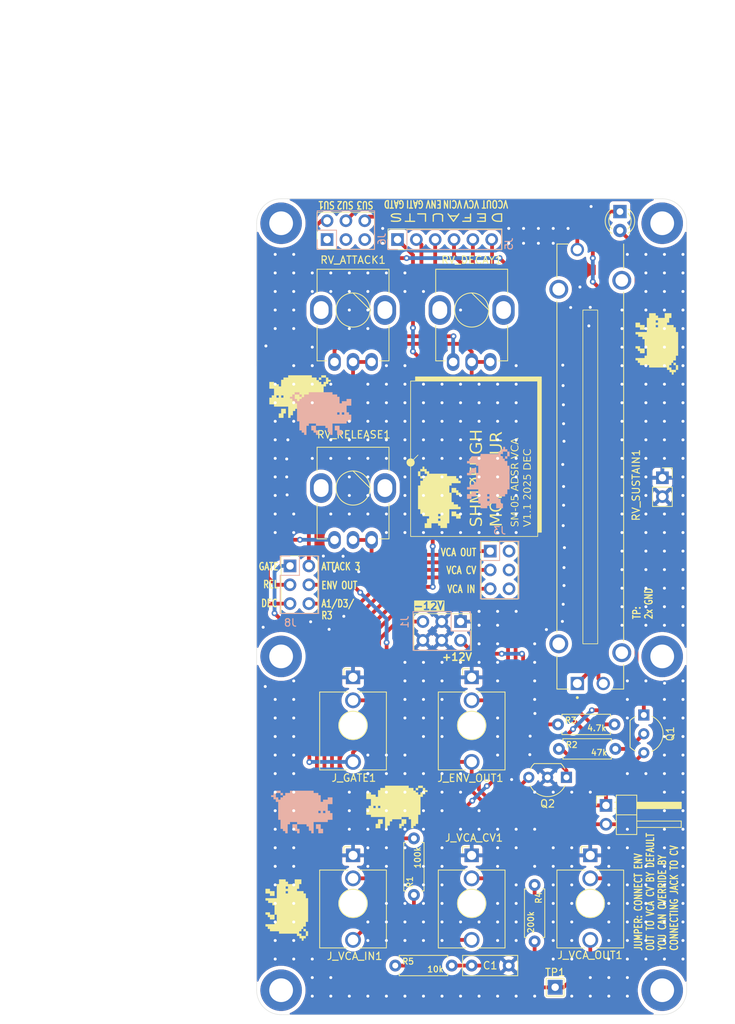
<source format=kicad_pcb>
(kicad_pcb (version 20241229) (generator "pcbnew") (generator_version "9.0")
  (layers (0 "F.Cu" signal) (2 "B.Cu" signal) (13 "F.Paste" user) (15 "B.Paste" user) (5 "F.SilkS" user "F.Silkscreen") (7 "B.SilkS" user "B.Silkscreen") (1 "F.Mask" user) (3 "B.Mask" user) (25 "Edge.Cuts" user))
  (net 0 "")
  (net 1 "Net-(D1-K)")
  (net 2 "+12V")
  (net 3 "GND")
  (net 4 "-12V")
  (net 5 "Net-(D1-A)")
  (net 6 "VCA_OUT")
  (net 9 "VCA_CV")
  (net 10 "VCA_IN")
  (net 12 "VCA_CV_DEFAULT")
  (net 13 "VCA_IN_DEFAULT")
  (net 14 "GATE_DEFAULT")
  (net 15 "ENV_OUT_DEFAULT")
  (net 16 "VCA_OUT_DEFAULT")
  (net 18 "SUSTAIN_3")
  (net 19 "SUSTAIN_1")
  (net 20 "SUSTAIN_2")
  (net 21 "GATE")
  (net 22 "ATTACK_3")
  (net 23 "ENV_OUT")
  (net 24 "A1_D3_R3")
  (net 25 "DECAY_1")
  (net 26 "RELEASE_1")
  (net 27 "Net-(J_VCA_IN1-PadT)")
  (net 30 "Net-(Q1-C)")
  (net 31 "Net-(Q1-B)")
  (net 32 "Net-(J_VCA_CV1-PadT)")
  (net 33 "Net-(C1-Pad1)")
  (footprint "MountingHole:MountingHole_3.2mm_M3_DIN965_Pad" (layer "F.Cu") (at 178.7 105.7)
    (property "Reference" "H6")
    (property "Value" "MountingHole")
  )
  (footprint "Shmoergh_Logo:Gyeszno" (layer "F.Cu") (at 142.909256 126.00032)
    (property "Reference" "G***" (hide yes))
    (property "Value" "LOGO" (hide yes))
  )
  (footprint "Shmoergh_Custom_Footprints:Jack_3.5mm_QingPu_WQP-PJ398SM_Vertical_CircularHoles" (layer "F.Cu") (at 137 115)
    (property "Reference" "J_GATE1")
    (property "Value" "PJ398SM")
  )
  (footprint "Shmoergh_Custom_Footprints:R_Axial_DIN0207_L6.3mm_D2.5mm_P7.62mm_Horizontal" (layer "F.Cu") (at 142.6944 147.378)
    (property "Reference" "R5")
    (property "Value" "10k")
  )
  (footprint "Shmoergh_Custom_Footprints:Potentiometer_Bourns_Single-PTV09A" (layer "F.Cu") (at 153 59)
    (property "Reference" "RV_DECAY1")
    (property "Value" "A200k-1M")
  )
  (footprint "Shmoergh_Custom_Footprints:R_Axial_DIN0207_L6.3mm_D2.5mm_P7.62mm_Horizontal" (layer "F.Cu") (at 164.767 118.168)
    (property "Reference" "R2")
    (property "Value" "47k")
  )
  (footprint "Connector_PinSocket_2.54mm:PinSocket_1x02_P2.54mm_Vertical" (layer "F.Cu") (at 178.725 81.612)
    (property "Reference" "J4")
    (property "Value" "Conn_01x02")
  )
  (footprint "Shmoergh_Logo:Gyeszno" (layer "F.Cu") (at 129.842 70.67)
    (property "Reference" "G***" (hide yes))
    (property "Value" "LOGO" (hide yes))
  )
  (footprint "Package_TO_SOT_THT:TO-92_Inline_Wide" (layer "F.Cu") (at 165.783 121.999 180)
    (property "Reference" "Q2")
    (property "Value" "2N3906")
  )
  (footprint "Shmoergh_Custom_Footprints:Jack_3.5mm_QingPu_WQP-PJ398SM_Vertical_CircularHoles" (layer "F.Cu") (at 153 139)
    (property "Reference" "J_VCA_CV1")
    (property "Value" "PJ398SM")
  )
  (footprint "Shmoergh_Logo:Gyeszno" (layer "F.Cu") (at 148.638 84.259 90)
    (property "Reference" "G***" (hide yes))
    (property "Value" "LOGO" (hide yes))
  )
  (footprint "Shmoergh_Custom_Footprints:R_Axial_DIN0207_L6.3mm_D2.5mm_P7.62mm_Horizontal" (layer "F.Cu") (at 145.209 137.853 90)
    (property "Reference" "R1")
    (property "Value" "100k")
  )
  (footprint "Shmoergh_Custom_Footprints:R_Axial_DIN0207_L6.3mm_D2.5mm_P7.62mm_Horizontal" (layer "F.Cu") (at 164.64 114.866)
    (property "Reference" "R3")
    (property "Value" "4.7k")
  )
  (footprint "MountingHole:MountingHole_3.2mm_M3_DIN965_Pad" (layer "F.Cu") (at 178.7 47.3)
    (property "Reference" "H2")
    (property "Value" "MountingHole")
  )
  (footprint "MountingHole:MountingHole_3.2mm_M3_DIN965_Pad" (layer "F.Cu") (at 178.7 150.7)
    (property "Reference" "H3")
    (property "Value" "MountingHole")
  )
  (footprint "Shmoergh_Custom_Footprints:Jack_3.5mm_QingPu_WQP-PJ398SM_Vertical_CircularHoles" (layer "F.Cu") (at 169 139)
    (property "Reference" "J_VCA_OUT1")
    (property "Value" "PJ398SM")
  )
  (footprint "Package_TO_SOT_THT:TO-92_Inline_Wide" (layer "F.Cu") (at 176.218 113.596 -90)
    (property "Reference" "Q1")
    (property "Value" "2N3904")
  )
  (footprint "Shmoergh_Custom_Footprints:Jack_3.5mm_QingPu_WQP-PJ398SM_Vertical_CircularHoles" (layer "F.Cu") (at 153 115)
    (property "Reference" "J_ENV_OUT1")
    (property "Value" "PJ398SM")
  )
  (footprint "LED_THT:LED_D3.0mm" (layer "F.Cu") (at 173 45.73 -90)
    (property "Reference" "D1" (hide yes))
    (property "Value" "Red LED")
  )
  (footprint "Shmoergh_Custom_Footprints:R_Axial_DIN0207_L6.3mm_D2.5mm_P7.62mm_Horizontal" (layer "F.Cu") (at 161.4904 136.5068 -90)
    (property "Reference" "R4")
    (property "Value" "200k")
  )
  (footprint "MountingHole:MountingHole_3.2mm_M3_DIN965_Pad" (layer "F.Cu") (at 127.3 47.3)
    (property "Reference" "H1")
    (property "Value" "MountingHole")
  )
  (footprint "Shmoergh_Custom_Footprints:Potentiometer_Bourns_Single-PTV09A" (layer "F.Cu") (at 137 59)
    (property "Reference" "RV_ATTACK1")
    (property "Value" "A200k-1M")
  )
  (footprint "MountingHole:MountingHole_3.2mm_M3_DIN965_Pad" (layer "F.Cu") (at 127.3 150.7)
    (property "Reference" "H4")
    (property "Value" "MountingHole")
  )
  (footprint "Shmoergh_Logo:Gyeszno" (layer "F.Cu") (at 177.975 63.558 -90)
    (property "Reference" "G***" (hide yes))
    (property "Value" "LOGO" (hide yes))
  )
  (footprint "PTA4543-2015DPB103:TRIM_PTA4543-2015DPB103" (layer "F.Cu") (at 169 80.1 90)
    (property "Reference" "RV_SUSTAIN1")
    (property "Value" "10k")
  )
  (footprint "MountingHole:MountingHole_3.2mm_M3_DIN965_Pad" (layer "F.Cu") (at 127.3 105.7)
    (property "Reference" "H5")
    (property "Value" "MountingHole")
  )
  (footprint "Capacitor_THT:C_Rect_L7.2mm_W2.5mm_P5.00mm_FKS2_FKP2_MKS2_MKP2" (layer "F.Cu") (at 152.996 147.378)
    (property "Reference" "C1")
    (property "Value" "100nF")
  )
  (footprint "Shmoergh_Custom_Footprints:Jack_3.5mm_QingPu_WQP-PJ398SM_Vertical_CircularHoles" (layer "F.Cu") (at 137 139)
    (property "Reference" "J_VCA_IN1")
    (property "Value" "PJ398SM")
  )
  (footprint "Shmoergh_Logo:Gyeszno" (layer "F.Cu") (at 128.064 139.885 -90)
    (property "Reference" "G***" (hide yes))
    (property "Value" "LOGO" (hide yes))
  )
  (footprint "TestPoint:TestPoint_THTPad_2.0x2.0mm_Drill1.0mm" (layer "F.Cu") (at 164.259 150.299)
    (property "Reference" "TP1")
    (property "Value" "TestPoint")
  )
  (footprint "Shmoergh_Custom_Footprints:Potentiometer_Bourns_Single-PTV09A" (layer "F.Cu") (at 137 83)
    (property "Reference" "RV_RELEASE1")
    (property "Value" "A200k-1M")
  )
  (footprint "Connector_PinHeader_2.54mm:PinHeader_1x02_P2.54mm_Horizontal" (layer "F.Cu") (at 171.117 125.788)
    (property "Reference" "JP_DEFAULT_ENV_TO_VCA1")
    (property "Value" "Jumper_2_Open")
  )
  (footprint "Connector_PinSocket_2.54mm:PinSocket_2x03_P2.54mm_Vertical" (layer "B.Cu") (at 133.5 49.5 -90)
    (property "Reference" "J6")
    (property "Value" "Conn_02x03_Odd_Even")
  )
  (footprint "Shmoergh_Logo:Gyeszno" (layer "B.Cu") (at 132.636 72.956 180)
    (property "Reference" "G***" (hide yes))
    (property "Value" "LOGO" (hide yes))
  )
  (footprint "Connector_PinSocket_2.54mm:PinSocket_2x03_P2.54mm_Vertical" (layer "B.Cu") (at 151.5 101 90)
    (property "Reference" "J1")
    (property "Value" "Conn_02x03_Odd_Even")
  )
  (footprint "Shmoergh_Logo:Gyeszno" (layer "B.Cu") (at 130.096 126.677 180)
    (property "Reference" "G***" (hide yes))
    (property "Value" "LOGO" (hide yes))
  )
  (footprint "Shmoergh_Logo:Gyeszno" (layer "B.Cu") (at 155.242 81.592 90)
    (property "Reference" "G***" (hide yes))
    (property "Value" "LOGO" (hide yes))
  )
  (footprint "Connector_PinSocket_2.54mm:PinSocket_2x03_P2.54mm_Vertical" (layer "B.Cu") (at 155.5 91.5 180)
    (property "Reference" "J3")
    (property "Value" "Conn_02x03_Odd_Even")
  )
  (footprint "Connector_PinSocket_2.54mm:PinSocket_1x06_P2.54mm_Vertical" (layer "B.Cu") (at 143 49.5 -90)
    (property "Reference" "J5")
    (property "Value" "Conn_01x06")
  )
  (footprint "Connector_PinSocket_2.54mm:PinSocket_2x03_P2.54mm_Vertical" (layer "B.Cu") (at 128.5 93.5 180)
    (property "Reference" "J8")
    (property "Value" "Conn_02x03_Odd_Even")
  )
  (gr_rect (start 154.2895 90.228) (end 159.2425 97.975) (stroke (width 0.1)) (fill no) (layer "F.SilkS"))
  (gr_rect (start 145.209 99.9435) (end 152.956 104.8965) (stroke (width 0.1)) (fill no) (layer "F.SilkS"))
  (gr_rect (start 161.9095 68.513) (end 162.4005 88.956) (stroke (width 0.1)) (fill yes) (layer "F.SilkS"))
  (gr_line (start 145.7645 78.552) (end 144.7645 79.552) (stroke (width 0.1)) (layer "F.SilkS"))
  (gr_rect (start 127.302 92.133) (end 132.255 99.88) (stroke (width 0.1)) (fill no) (layer "F.SilkS"))
  (gr_rect (start 145.4245 68.013) (end 162.4005 68.513) (stroke (width 0.1)) (fill yes) (layer "F.SilkS"))
  (gr_rect (start 132.128 45.8415) (end 139.875 50.7945) (stroke (width 0.1)) (fill no) (layer "F.SilkS"))
  (gr_rect (start 168 59) (end 170 104) (stroke (width 0.1)) (fill no) (layer "F.SilkS"))
  (gr_rect (start 144.7645 68.5745) (end 161.9095 89.5295) (stroke (width 0.1)) (fill no) (layer "F.SilkS"))
  (gr_rect (start 141.7165 48.064) (end 157.0835 50.858) (stroke (width 0.1)) (fill no) (layer "F.SilkS"))
  (gr_circle (center 144.7645 79.552) (end 144.2645 79.552) (stroke (width 0.1)) (fill yes) (layer "F.SilkS"))
  (gr_line (start 178.7 154) (end 127.3 154) (stroke (width 0.05)) (layer "Edge.Cuts"))
  (gr_arc (start 182 150.7) (mid 181.033452 153.033452) (end 178.7 154) (stroke (width 0.05)) (layer "Edge.Cuts"))
  (gr_line (start 182 47.3) (end 182 150.7) (stroke (width 0.05)) (layer "Edge.Cuts"))
  (gr_line (start 127.3 44) (end 178.7 44) (stroke (width 0.05)) (layer "Edge.Cuts"))
  (gr_line (start 124 150.7) (end 124 47.3) (stroke (width 0.05)) (layer "Edge.Cuts"))
  (gr_arc (start 124 47.3) (mid 124.966548 44.966548) (end 127.3 44) (stroke (width 0.05)) (layer "Edge.Cuts"))
  (gr_arc (start 127.3 154) (mid 124.966548 153.033452) (end 124 150.7) (stroke (width 0.05)) (layer "Edge.Cuts"))
  (gr_arc (start 178.7 44) (mid 181.033452 44.966548) (end 182 47.3) (stroke (width 0.05)) (layer "Edge.Cuts"))
  (gr_text "SHMØERGH \nMODULEUR" (at 157.3375 88.2595 90) (layer "F.SilkS") (effects (font (size 1.6 1.6) (thickness 0.1)) (justify left bottom)))
  (gr_text "ATTACK 3" (at 132.636 94.165 0) (layer "F.SilkS") (effects (font (size 1 0.75) (thickness 0.17) (bold yes)) (justify left bottom)))
  (gr_text "VCA CV" (at 153.718 94.673 0) (layer "F.SilkS") (effects (font (size 1 0.75) (thickness 0.17) (bold yes)) (justify right bottom)))
  (gr_text "DEFAULTS" (at 149.654 45.905 180) (layer "F.SilkS") (effects (font (size 1 2.2) (thickness 0.17) (bold yes)) (justify bottom)))
  (gr_text "VCA OUT" (at 153.718 92.26 0) (layer "F.SilkS") (effects (font (size 1 0.75) (thickness 0.17) (bold yes)) (justify right bottom)))
  (gr_text "-12V" (at 145.082 99.499 0) (layer "F.SilkS" knockout) (effects (font (size 1 1) (thickness 0.2) (bold yes)) (justify left bottom)))
  (gr_text "REL" (at 127.048 96.578 0) (layer "F.SilkS") (effects (font (size 1 0.75) (thickness 0.17) (bold yes)) (justify right bottom)))
  (gr_text "SU1" (at 133.398 44.254 180) (layer "F.SilkS") (effects (font (size 1 0.75) (thickness 0.17) (bold yes)) (justify bottom)))
  (gr_text "ENV" (at 147.876 44.127 180) (layer "F.SilkS") (effects (font (size 1 0.75) (thickness 0.17) (bold yes)) (justify bottom)))
  (gr_text "GATD" (at 142.542 44.127 180) (layer "F.SilkS") (effects (font (size 1 0.75) (thickness 0.17) (bold yes)) (justify bottom)))
  (gr_text "TP:\n2x GND" (at 177.467 100.769 90) (layer "F.SilkS") (effects (font (size 1 0.75) (thickness 0.17) (bold yes)) (justify left bottom)))
  (gr_text "SU2" (at 135.938 44.254 180) (layer "F.SilkS") (effects (font (size 1 0.75) (thickness 0.17) (bold yes)) (justify bottom)))
  (gr_text "+12V" (at 148.892 106.357 0) (layer "F.SilkS") (effects (font (size 1 1) (thickness 0.2) (bold yes)) (justify left bottom)))
  (gr_text "GATI" (at 145.336 44.127 180) (layer "F.SilkS") (effects (font (size 1 0.75) (thickness 0.17) (bold yes)) (justify bottom)))
  (gr_text "JUMPER: CONNECT ENV\nOUT TO VCA CV BY DEFAULT\nYOU CAN OVERRIDE BY\nCONNECTING JACK TO CV" (at 180.896 145.473 90) (layer "F.SilkS") (effects (font (size 1 0.75) (thickness 0.17) (bold yes)) (justify left bottom)))
  (gr_text "ENV OUT" (at 132.636 96.705 0) (layer "F.SilkS") (effects (font (size 1 0.75) (thickness 0.17) (bold yes)) (justify left bottom)))
  (gr_text "DEC" (at 126.921 99.118 0) (layer "F.SilkS") (effects (font (size 1 0.75) (thickness 0.17) (bold yes)) (justify right bottom)))
  (gr_text "SU3" (at 138.605 44.254 180) (layer "F.SilkS") (effects (font (size 1 0.75) (thickness 0.17) (bold yes)) (justify bottom)))
  (gr_text "VCA IN" (at 153.591 97.213 0) (layer "F.SilkS") (effects (font (size 1 0.75) (thickness 0.17) (bold yes)) (justify right bottom)))
  (gr_text "A1/D3/\nR3" (at 132.636 100.769 0) (layer "F.SilkS") (effects (font (size 1 0.75) (thickness 0.17) (bold yes)) (justify left bottom)))
  (gr_text "VCOUT" (at 156.131 44.127 180) (layer "F.SilkS") (effects (font (size 1 0.75) (thickness 0.17) (bold yes)) (justify bottom)))
  (gr_text "GATE" (at 127.048 94.165 0) (layer "F.SilkS") (effects (font (size 1 0.75) (thickness 0.17) (bold yes)) (justify right bottom)))
  (gr_text "VCIN" (at 150.416 44.127 180) (layer "F.SilkS") (effects (font (size 1 0.75) (thickness 0.17) (bold yes)) (justify bottom)))
  (gr_text "SM-05 ADSR VCA\nV1.1 2025 DEC" (at 161.1475 88.2595 90) (layer "F.SilkS") (effects (font (size 1 1) (thickness 0.1)) (justify left bottom)))
  (gr_text "VCV" (at 152.956 44.127 180) (layer "F.SilkS") (effects (font (size 1 0.75) (thickness 0.17) (bold yes)) (justify bottom)))
  (segment (start 163.624 120.327) (end 162.608 119.311) (width 0.508) (layer "F.Cu") (net 1))
  (segment (start 165.783 121.089) (end 165.021 120.327) (width 0.508) (layer "F.Cu") (net 1))
  (segment (start 170.99 112.961) (end 172.895 111.056) (width 0.508) (layer "F.Cu") (net 1))
  (segment (start 165.656 116.517) (end 166.672 115.501) (width 0.508) (layer "F.Cu") (net 1))
  (segment (start 171.244 55.811) (end 170.482 55.049) (width 0.508) (layer "F.Cu") (net 1))
  (segment (start 162.608 117.406) (end 163.497 116.517) (width 0.508) (layer "F.Cu") (net 1))
  (segment (start 170.482 55.049) (end 170.482 46.921) (width 0.508) (layer "F.Cu") (net 1))
  (segment (start 172.895 108.389) (end 171.244 106.738) (width 0.508) (layer "F.Cu") (net 1))
  (segment (start 169.212 112.961) (end 170.99 112.961) (width 0.508) (layer "F.Cu") (net 1))
  (segment (start 170.482 46.921) (end 171.673 45.73) (width 0.508) (layer "F.Cu") (net 1))
  (segment (start 165.021 120.327) (end 163.624 120.327) (width 0.508) (layer "F.Cu") (net 1))
  (segment (start 162.608 119.311) (end 162.608 117.406) (width 0.508) (layer "F.Cu") (net 1))
  (segment (start 165.783 121.999) (end 165.783 121.089) (width 0.508) (layer "F.Cu") (net 1))
  (segment (start 171.244 106.738) (end 171.244 55.811) (width 0.508) (layer "F.Cu") (net 1))
  (segment (start 172.895 111.056) (end 172.895 108.389) (width 0.508) (layer "F.Cu") (net 1))
  (segment (start 163.497 116.517) (end 165.656 116.517) (width 0.508) (layer "F.Cu") (net 1))
  (segment (start 171.673 45.73) (end 173 45.73) (width 0.508) (layer "F.Cu") (net 1))
  (via (at 166.672 115.501) (size 0.8) (drill 0.4) (layers "F.Cu" "B.Cu") (net 1))
  (via (at 169.212 112.961) (size 0.8) (drill 0.4) (layers "F.Cu" "B.Cu") (net 1))
  (segment (start 166.672 115.501) (end 169.212 112.961) (width 0.508) (layer "B.Cu") (net 1))
  (segment (start 153.301 105.341) (end 157.055 105.341) (width 0.508) (layer "F.Cu") (net 2))
  (segment (start 159.779 105.341) (end 159.941 105.503) (width 0.508) (layer "F.Cu") (net 2))
  (segment (start 159.941 114.104) (end 160.703 114.866) (width 0.508) (layer "F.Cu") (net 2))
  (segment (start 160.703 114.866) (end 164.64 114.866) (width 0.508) (layer "F.Cu") (net 2))
  (segment (start 159.941 105.503) (end 159.941 114.104) (width 0.508) (layer "F.Cu") (net 2))
  (segment (start 151.5 103.54) (end 153.301 105.341) (width 0.508) (layer "F.Cu") (net 2))
  (via (at 157.055 105.341) (size 0.8) (drill 0.4) (layers "F.Cu" "B.Cu") (net 2))
  (via (at 159.779 105.341) (size 0.8) (drill 0.4) (layers "F.Cu" "B.Cu") (net 2))
  (segment (start 157.055 105.341) (end 159.779 105.341) (width 0.508) (layer "B.Cu") (net 2))
  (via (at 181.5 144) (size 0.8) (drill 0.4) (layers "F.Cu" "B.Cu") (net 3))
  (via (at 154 151.5) (size 0.8) (drill 0.4) (layers "F.Cu" "B.Cu") (net 3))
  (via (at 144 124) (size 0.8) (drill 0.4) (layers "F.Cu" "B.Cu") (net 3))
  (via (at 131.5 71.5) (size 0.8) (drill 0.4) (layers "F.Cu" "B.Cu") (net 3))
  (via (at 126.5 86.5) (size 0.8) (drill 0.4) (layers "F.Cu" "B.Cu") (net 3))
  (via (at 181.5 59) (size 0.8) (drill 0.4) (layers "F.Cu" "B.Cu") (net 3))
  (via (at 151.5 86.5) (size 0.8) (drill 0.4) (layers "F.Cu" "B.Cu") (net 3))
  (via (at 154 129) (size 0.8) (drill 0.4) (layers "F.Cu" "B.Cu") (net 3))
  (via (at 171.5 131.5) (size 0.8) (drill 0.4) (layers "F.Cu" "B.Cu") (net 3))
  (via (at 129 116.5) (size 0.8) (drill 0.4) (layers "F.Cu" "B.Cu") (net 3))
  (via (at 126.5 76.5) (size 0.8) (drill 0.4) (layers "F.Cu" "B.Cu") (net 3))
  (via (at 179 86.5) (size 0.8) (drill 0.4) (layers "F.Cu" "B.Cu") (net 3))
  (via (at 131.5 69) (size 0.8) (drill 0.4) (layers "F.Cu" "B.Cu") (net 3))
  (via (at 129 86.5) (size 0.8) (drill 0.4) (layers "F.Cu" "B.Cu") (net 3))
  (via (at 144 79) (size 0.8) (drill 0.4) (layers "F.Cu" "B.Cu") (net 3))
  (via (at 146.5 74) (size 0.8) (drill 0.4) (layers "F.Cu" "B.Cu") (net 3))
  (via (at 154 101.5) (size 0.8) (drill 0.4) (layers "F.Cu" "B.Cu") (net 3))
  (via (at 158.391913 122.298567) (size 0.8) (drill 0.4) (layers "F.Cu" "B.Cu") (net 3))
  (via (at 134 149) (size 0.8) (drill 0.4) (layers "F.Cu" "B.Cu") (net 3))
  (via (at 173.276 79) (size 0.8) (drill 0.4) (layers "F.Cu" "B.Cu") (net 3))
  (via (at 128.052349 81.499999) (size 0.8) (drill 0.4) (layers "F.Cu" "B.Cu") (net 3))
  (via (at 146.5 109) (size 0.8) (drill 0.4) (layers "F.Cu" "B.Cu") (net 3))
  (via (at 179 51.5) (size 0.8) (drill 0.4) (layers "F.Cu" "B.Cu") (net 3))
  (via (at 171.5 144) (size 0.8) (drill 0.4) (layers "F.Cu" "B.Cu") (net 3))
  (via (at 141 48) (size 0.8) (drill 0.4) (layers "F.Cu" "B.Cu") (net 3))
  (via (at 126.5 139) (size 0.8) (drill 0.4) (layers "F.Cu" "B.Cu") (net 3))
  (via (at 129 51.5) (size 0.8) (drill 0.4) (layers "F.Cu" "B.Cu") (net 3))
  (via (at 166.5 151.5) (size 0.8) (drill 0.4) (layers "F.Cu" "B.Cu") (net 3))
  (via (at 156.5 104) (size 0.8) (drill 0.4) (layers "F.Cu" "B.Cu") (net 3))
  (via (at 179 131.5) (size 0.8) (drill 0.4) (layers "F.Cu" "B.Cu") (net 3))
  (via (at 164 134) (size 0.8) (drill 0.4) (layers "F.Cu" "B.Cu") (net 3))
  (via (at 179 74) (size 0.8) (drill 0.4) (layers "F.Cu" "B.Cu") (net 3))
  (via (at 146.5 114) (size 0.8) (drill 0.4) (layers "F.Cu" "B.Cu") (net 3))
  (via (at 151.5 106.5) (size 0.8) (drill 0.4) (layers "F.Cu" "B.Cu") (net 3))
  (via (at 126.5 54) (size 0.8) (drill 0.4) (layers "F.Cu" "B.Cu") (net 3))
  (via (at 136.5 84) (size 0.8) (drill 0.4) (layers "F.Cu" "B.Cu") (net 3))
  (via (at 159 139) (size 0.8) (drill 0.4) (layers "F.Cu" "B.Cu") (net 3))
  (via (at 154 69) (size 0.8) (drill 0.4) (layers "F.Cu" "B.Cu") (net 3))
  (via (at 181.5 124) (size 0.8) (drill 0.4) (layers "F.Cu" "B.Cu") (net 3))
  (via (at 146.5 144) (size 0.8) (drill 0.4) (layers "F.Cu" "B.Cu") (net 3))
  (via (at 134 56.5) (size 0.8) (drill 0.4) (layers "F.Cu" "B.Cu") (net 3))
  (via (at 146.5 121.5) (size 0.8) (drill 0.4) (layers "F.Cu" "B.Cu") (net 3))
  (via (at 149 136.5) (size 0.8) (drill 0.4) (layers "F.Cu" "B.Cu") (net 3))
  (via (at 149 134) (size 0.8) (drill 0.4) (layers "F.Cu" "B.Cu") (net 3))
  (via (at 126.5 136.5) (size 0.8) (drill 0.4) (layers "F.Cu" "B.Cu") (net 3))
  (via (at 159 131.5) (size 0.8) (drill 0.4) (layers "F.Cu" "B.Cu") (net 3))
  (via (at 179 121.5) (size 0.8) (drill 0.4) (layers "F.Cu" "B.Cu") (net 3))
  (via (at 146.5 89) (size 0.8) (drill 0.4) (layers "F.Cu" "B.Cu") (net 3))
  (via (at 126.5 114) (size 0.8) (drill 0.4) (layers "F.Cu" "B.Cu") (net 3))
  (via (at 181.5 84) (size 0.8) (drill 0.4) (layers "F.Cu" "B.Cu") (net 3))
  (via (at 156.5 89) (size 0.8) (drill 0.4) (layers "F.Cu" "B.Cu") (net 3))
  (via (at 159 69) (size 0.8) (drill 0.4) (layers "F.Cu" "B.Cu") (net 3))
  (via (at 179 139) (size 0.8) (drill 0.4) (layers "F.Cu" "B.Cu") (net 3))
  (via (at 159 151.5) (size 0.8) (drill 0.4) (layers "F.Cu" "B.Cu") (net 3))
  (via (at 132.996194 92.168054) (size 0.8) (drill 0.4) (layers "F.Cu" "B.Cu") (net 3))
  (via (at 176.5 139) (size 0.8) (drill 0.4) (layers "F.Cu" "B.Cu") (net 3))
  (via (at 136.5 124) (size 0.8) (drill 0.4) (layers "F.Cu" "B.Cu") (net 3))
  (via (at 176.5 99) (size 0.8) (drill 0.4) (layers "F.Cu" "B.Cu") (net 3))
  (via (at 181.5 51.5) (size 0.8) (drill 0.4) (layers "F.Cu" "B.Cu") (net 3))
  (via (at 141.5 144) (size 0.8) (drill 0.4) (layers "F.Cu" "B.Cu") (net 3))
  (via (at 181.5 111.5) (size 0.8) (drill 0.4) (layers "F.Cu" "B.Cu") (net 3))
  (via (at 141.5 121.5) (size 0.8) (drill 0.4) (layers "F.Cu" "B.Cu") (net 3))
  (via (at 166.5 131.5) (size 0.8) (drill 0.4) (layers "F.Cu" "B.Cu") (net 3))
  (via (at 181.5 61.5) (size 0.8) (drill 0.4) (layers "F.Cu" "B.Cu") (net 3))
  (via (at 139 121.5) (size 0.8) (drill 0.4) (layers "F.Cu" "B.Cu") (net 3))
  (via (at 151.5 74) (size 0.8) (drill 0.4) (layers "F.Cu" "B.Cu") (net 3))
  (via (at 149 151.5) (size 0.8) (drill 0.4) (layers "F.Cu" "B.Cu") (net 3))
  (via (at 176.5 61.5) (size 0.8) (drill 0.4) (layers "F.Cu" "B.Cu") (net 3))
  (via (at 179 89) (size 0.8) (drill 0.4) (layers "F.Cu" "B.Cu") (net 3))
  (via (at 129 131.5) (size 0.8) (drill 0.4) (layers "F.Cu" "B.Cu") (net 3))
  (via (at 161.5 129) (size 0.8) (drill 0.4) (layers "F.Cu" "B.Cu") (net 3))
  (via (at 126.5 144) (size 0.8) (drill 0.4) (layers "F.Cu" "B.Cu") (net 3))
  (via (at 151.5 141.5) (size 0.8) (drill 0.4) (layers "F.Cu" "B.Cu") (net 3))
  (via (at 146.5 106.5) (size 0.8) (drill 0.4) (layers "F.Cu" "B.Cu") (net 3))
  (via (at 181.5 146.5) (size 0.8) (drill 0.4) (layers "F.Cu" "B.Cu") (net 3))
  (via (at 179 114) (size 0.8) (drill 0.4) (layers "F.Cu" "B.Cu") (net 3))
  (via (at 156.5 119) (size 0.8) (drill 0.4) (layers "F.Cu" "B.Cu") (net 3))
  (via (at 171.5 141.5) (size 0.8) (drill 0.4) (layers "F.Cu" "B.Cu") (net 3))
  (via (at 165.509863 91.032663) (size 0.8) (drill 0.4) (layers "F.Cu" "B.Cu") (net 3))
  (via (at 173.276 59) (size 0.8) (drill 0.4) (layers "F.Cu" "B.Cu") (net 3))
  (via (at 129 66.5) (size 0.8) (drill 0.4) (layers "F.Cu" "B.Cu") (net 3))
  (via (at 139 129) (size 0.8) (drill 0.4) (layers "F.Cu" "B.Cu") (net 3))
  (via (at 144 111.5) (size 0.8) (drill 0.4) (layers "F.Cu" "B.Cu") (net 3))
  (via (at 179 136.5) (size 0.8) (drill 0.4) (layers "F.Cu" "B.Cu") (net 3))
  (via (at 141.5 124) (size 0.8) (drill 0.4) (layers "F.Cu" "B.Cu") (net 3))
  (via (at 174 129) (size 0.8) (drill 0.4) (layers "F.Cu" "B.Cu") (net 3))
  (via (at 173.276 96.5) (size 0.8) (drill 0.4) (layers "F.Cu" "B.Cu") (net 3))
  (via (at 166.5 139) (size 0.8) (drill 0.4) (layers "F.Cu" "B.Cu") (net 3))
  (via (at 131.5 146.5) (size 0.8) (drill 0.4) (layers "F.Cu" "B.Cu") (net 3))
  (via (at 139 124) (size 0.8) (drill 0.4) (layers "F.Cu" "B.Cu") (net 3))
  (via (at 129 124) (size 0.8) (drill 0.4) (layers "F.Cu" "B.Cu") (net 3))
  (via (at 149 89) (size 0.8) (drill 0.4) (layers "F.Cu" "B.Cu") (net 3))
  (via (at 144 81.5) (size 0.8) (drill 0.4) (layers "F.Cu" "B.Cu") (net 3))
  (via (at 149 131.5) (size 0.8) (drill 0.4) (layers "F.Cu" "B.Cu") (net 3))
  (via (at 131.5 149) (size 0.8) (drill 0.4) (layers "F.Cu" "B.Cu") (net 3))
  (via (at 164 136.5) (size 0.8) (drill 0.4) (layers "F.Cu" "B.Cu") (net 3))
  (via (at 126.5 119) (size 0.8) (drill 0.4) (layers "F.Cu" "B.Cu") (net 3))
  (via (at 171.5 134) (size 0.8) (drill 0.4) (layers "F.Cu" "B.Cu") (net 3))
  (via (at 181.5 126.5) (size 0.8) (drill 0.4) (layers "F.Cu" "B.Cu") (net 3))
  (via (at 146.5 141.5) (size 0.8) (drill 0.4) (layers "F.Cu" "B.Cu") (net 3))
  (via (at 156.5 114) (size 0.8) (drill 0.4) (layers "F.Cu" "B.Cu") (net 3))
  (via (at 159 99.626) (size 0.8) (drill 0.4) (layers "F.Cu" "B.Cu") (net 3))
  (via (at 179 61.5) (size 0.8) (drill 0.4) (layers "F.Cu" "B.Cu") (net 3))
  (via (at 144 131.5) (size 0.8) (drill 0.4) (layers "F.Cu" "B.Cu") (net 3))
  (via (at 176.5 51.5) (size 0.8) (drill 0.4) (layers "F.Cu" "B.Cu") (net 3))
  (via (at 156.5 99.626) (size 0.8) (drill 0.4) (layers "F.Cu" "B.Cu") (net 3))
  (via (at 149 79) (size 0.8) (drill 0.4) (layers "F.Cu" "B.Cu") (net 3))
  (via (at 144 139) (size 0.8) (drill 0.4) (layers "F.Cu" "B.Cu") (net 3))
  (via (at 136.5 126.5) (size 0.8) (drill 0.4) (layers "F.Cu" "B.Cu") (net 3))
  (via (at 181.5 139) (size 0.8) (drill 0.4) (layers "F.Cu" "B.Cu") (net 3))
  (via (at 173.276 64) (size 0.8) (drill 0.4) (layers "F.Cu" "B.Cu") (net 3))
  (via (at 173.276 74) (size 0.8) (drill 0.4) (layers "F.Cu" "B.Cu") (net 3))
  (via (at 144 151.5) (size 0.8) (drill 0.4) (layers "F.Cu" "B.Cu") (net 3))
  (via (at 169 149) (size 0.8) (drill 0.4) (layers "F.Cu" "B.Cu") (net 3))
  (via (at 146.5 129) (size 0.8) (drill 0.4) (layers "F.Cu" "B.Cu") (net 3))
  (via (at 176.5 101.5) (size 0.8) (drill 0.4) (layers "F.Cu" "B.Cu") (net 3))
  (via (at 179 91.5) (size 0.8) (drill 0.4) (layers "F.Cu" "B.Cu") (net 3))
  (via (at 139 84) (size 0.8) (drill 0.4) (layers "F.Cu" "B.Cu") (net 3))
  (via (at 163.081176 102.078809) (size 0.8) (drill 0.4) (layers "F.Cu" "B.Cu") (net 3))
  (via (at 146.5 79) (size 0.8) (drill 0.4) (layers "F.Cu" "B.Cu") (net 3))
  (via (at 125.157438 109.757898) (size 0.8) (drill 0.4) (layers "F.Cu" "B.Cu") (net 3))
  (via (at 126.5 81.5) (size 0.8) (drill 0.4) (layers "F.Cu" "B.Cu") (net 3))
  (via (at 141.5 66.5) (size 0.8) (drill 0.4) (layers "F.Cu" "B.Cu") (net 3))
  (via (at 144 141.5) (size 0.8) (drill 0.4) (layers "F.Cu" "B.Cu") (net 3))
  (via (at 126.5 131.5) (size 0.8) (drill 0.4) (layers "F.Cu" "B.Cu") (net 3))
  (via (at 141 50) (size 0.8) (drill 0.4) (layers "F.Cu" "B.Cu") (net 3))
  (via (at 176.5 109) (size 0.8) (drill 0.4) (layers "F.Cu" "B.Cu") (net 3))
  (via (at 126.5 51.5) (size 0.8) (drill 0.4) (layers "F.Cu" "B.Cu") (net 3))
  (via (at 149 114) (size 0.8) (drill 0.4) (layers "F.Cu" "B.Cu") (net 3))
  (via (at 176.5 69) (size 0.8) (drill 0.4) (layers "F.Cu" "B.Cu") (net 3))
  (via (at 146.5 134) (size 0.8) (drill 0.4) (layers "F.Cu" "B.Cu") (net 3))
  (via (at 166.5 144) (size 0.8) (drill 0.4) (layers "F.Cu" "B.Cu") (net 3))
  (via (at 156.5 139) (size 0.8) (drill 0.4) (layers "F.Cu" "B.Cu") (net 3))
  (via (at 181.5 74) (size 0.8) (drill 0.4) (layers "F.Cu" "B.Cu") (net 3))
  (via (at 131.5 79) (size 0.8) (drill 0.4) (layers "F.Cu" "B.Cu") (net 3))
  (via (at 159 86.5) (size 0.8) (drill 0.4) (layers "F.Cu" "B.Cu") (net 3))
  (via (at 181.5 71.5) (size 0.8) (drill 0.4) (layers "F.Cu" "B.Cu") (net 3))
  (via (at 126.5 79) (size 0.8) (drill 0.4) (layers "F.Cu" "B.Cu") (net 3))
  (via (at 149 84) (size 0.8) (drill 0.4) (layers "F.Cu" "B.Cu") (net 3))
  (via (at 160.844097 118.942948) (size 0.8) (drill 0.4) (layers "F.Cu" "B.Cu") (net 3))
  (via (at 154 126.5) (size 0.8) (drill 0.4) (layers "F.Cu" "B.Cu") (net 3))
  (via (at 144 106.5) (size 0.8) (drill 0.4) (layers "F.Cu" "B.Cu") (net 3))
  (via (at 144 74) (size 0.8) (drill 0.4) (layers "F.Cu" "B.Cu") (net 3))
  (via (at 181.5 136.5) (size 0.8) (drill 0.4) (layers "F.Cu" "B.Cu") (net 3))
  (via (at 166 48) (size 0.8) (drill 0.4) (layers "F.Cu" "B.Cu") (net 3))
  (via (at 141.5 71.5) (size 0.8) (drill 0.4) (layers "F.Cu" "B.Cu") (net 3))
  (via (at 144 86.5) (size 0.8) (drill 0.4) (layers "F.Cu" "B.Cu") (net 3))
  (via (at 154 86.5) (size 0.8) (drill 0.4) (layers "F.Cu" "B.Cu") (net 3))
  (via (at 181.5 56.5) (size 0.8) (drill 0.4) (layers "F.Cu" "B.Cu") (net 3))
  (via (at 146.5 81.5) (size 0.8) (drill 0.4) (layers "F.Cu" "B.Cu") (net 3))
  (via (at 144 54) (size 0.8) (drill 0.4) (layers "F.Cu" "B.Cu") (net 3))
  (via (at 156.5 129) (size 0.8) (drill 0.4) (layers "F.Cu" "B.Cu") (net 3))
  (via (at 151.5 151.5) (size 0.8) (drill 0.4) (layers "F.Cu" "B.Cu") (net 3))
  (via (at 156.5 134) (size 0.8) (drill 0.4) (layers "F.Cu" "B.Cu") (net 3))
  (via (at 126.5 124) (size 0.8) (drill 0.4) (layers "F.Cu" "B.Cu") (net 3))
  (via (at 181.5 141.5) (size 0.8) (drill 0.4) (layers "F.Cu" "B.Cu") (net 3))
  (via (at 144 84) (size 0.8) (drill 0.4) (layers "F.Cu" "B.Cu") (net 3))
  (via (at 159 76.5) (size 0.8) (drill 0.4) (layers "F.Cu" "B.Cu") (net 3))
  (via (at 131.5 66.5) (size 0.8) (drill 0.4) (layers "F.Cu" "B.Cu") (net 3))
  (via (at 159 81.5) (size 0.8) (drill 0.4) (layers "F.Cu" "B.Cu") (net 3))
  (via (at 129 56.5) (size 0.8) (drill 0.4) (layers "F.Cu" "B.Cu") (net 3))
  (via (at 174 144) (size 0.8) (drill 0.4) (layers "F.Cu" "B.Cu") (net 3))
  (via (at 129 139) (size 0.8) (drill 0.4) (layers "F.Cu" "B.Cu") (net 3))
  (via (at 165.454913 76.690535) (size 0.8) (drill 0.4) (layers "F.Cu" "B.Cu") (net 3))
  (via (at 165.290061 79.822724) (size 0.8) (drill 0.4) (layers "F.Cu" "B.Cu") (net 3))
  (via (at 149 111.5) (size 0.8) (drill 0.4) (layers "F.Cu" "B.Cu") (net 3))
  (via (at 126.5 89) (size 0.8) (drill 0.4) (layers "F.Cu" "B.Cu") (net 3))
  (via (at 149 121.5) (size 0.8) (drill 0.4) (layers "F.Cu" "B.Cu") (net 3))
  (via (at 139 119) (size 0.8) (drill 0.4) (layers "F.Cu" "B.Cu") (net 3))
  (via (at 176.5 96.5) (size 0.8) (drill 0.4) (layers "F.Cu" "B.Cu") (net 3))
  (via (at 176.5 74) (size 0.8) (drill 0.4) (layers "F.Cu" "B.Cu") (net 3))
  (via (at 139 86.5) (size 0.8) (drill 0.4) (layers "F.Cu" "B.Cu") (net 3))
  (via (at 129 119) (size 0.8) (drill 0.4) (layers "F.Cu" "B.Cu") (net 3))
  (via (at 146.5 116.5) (size 0.8) (drill 0.4) (layers "F.Cu" "B.Cu") (net 3))
  (via (at 181.5 131.5) (size 0.8) (drill 0.4) (layers "F.Cu" "B.Cu") (net 3))
  (via (at 141.5 86.5) (size 0.8) (drill 0.4) (layers "F.Cu" "B.Cu") (net 3))
  (via (at 146.5 124) (size 0.8) (drill 0.4) (layers "F.Cu" "B.Cu") (net 3))
  (via (at 166.5 124) (size 0.8) (drill 0.4) (layers "F.Cu" "B.Cu") (net 3))
  (via (at 134.476807 94.200761) (size 0.8) (drill 0.4) (layers "F.Cu" "B.Cu") (net 3))
  (via (at 129 111.5) (size 0.8) (drill 0.4) (layers "F.Cu" "B.Cu") (net 3))
  (via (at 129 136.5) (size 0.8) (drill 0.4) (layers "F.Cu" "B.Cu") (net 3))
  (via (at 158 50) (size 0.8) (drill 0.4) (layers "F.Cu" "B.Cu") (net 3))
  (via (at 139 59) (size 0.8) (drill 0.4) (layers "F.Cu" "B.Cu") (net 3))
  (via (at 141.5 129) (size 0.8) (drill 0.4) (layers "F.Cu" "B.Cu") (net 3))
  (via (at 174 146.5) (size 0.8) (drill 0.4) (layers "F.Cu" "B.Cu") (net 3))
  (via (at 156.5 81.5) (size 0.8) (drill 0.4) (layers "F.Cu" "B.Cu") (net 3))
  (via (at 149 124) (size 0.8) (drill 0.4) (layers "F.Cu" "B.Cu") (net 3))
  (via (at 144 56.5) (size 0.8) (drill 0.4) (layers "F.Cu" "B.Cu") (net 3))
  (via (at 126.5 126.5) (size 0.8) (drill 0.4) (layers "F.Cu" "B.Cu") (net 3))
  (via (at 134 151.5) (size 0.8) (drill 0.4) (layers "F.Cu" "B.Cu") (net 3))
  (via (at 139 76.5) (size 0.8) (drill 0.4) (layers "F.Cu" "B.Cu") (net 3))
  (via (at 173.276 61.5) (size 0.8) (drill 0.4) (layers "F.Cu" "B.Cu") (net 3))
  (via (at 136.5 74) (size 0.8) (drill 0.4) (layers "F.Cu" "B.Cu") (net 3))
  (via (at 144 129) (size 0.8) (drill 0.4) (layers "F.Cu" "B.Cu") (net 3))
  (via (at 156.5 109) (size 0.8) (drill 0.4) (layers "F.Cu" "B.Cu") (net 3))
  (via (at 181.5 121.5) (size 0.8) (drill 0.4) (layers "F.Cu" "B.Cu") (net 3))
  (via (at 141.5 134) (size 0.8) (drill 0.4) (layers "F.Cu" "B.Cu") (net 3))
  (via (at 154 106.5) (size 0.8) (drill 0.4) (layers "F.Cu" "B.Cu") (net 3))
  (via (at 164 144) (size 0.8) (drill 0.4) (layers "F.Cu" "B.Cu") (net 3))
  (via (at 151.5 79) (size 0.8) (drill 0.4) (layers "F.Cu" "B.Cu") (net 3))
  (via (at 141.5 76.5) (size 0.8) (drill 0.4) (layers "F.Cu" "B.Cu") (net 3))
  (via (at 131.5 56.5) (size 0.8) (drill 0.4) (layers "F.Cu" "B.Cu") (net 3))
  (via (at 168.805101 61.136006) (size 0.8) (drill 0.4) (layers "F.Cu" "B.Cu") (net 3))
  (via (at 139 126.5) (size 0.8) (drill 0.4) (layers "F.Cu" "B.Cu") (net 3))
  (via (at 126.5 69) (size 0.8) (drill 0.4) (layers "F.Cu" "B.Cu") (net 3))
  (via (at 166.5 141.5) (size 0.8) (drill 0.4) (layers "F.Cu" "B.Cu") (net 3))
  (via (at 154 71.5) (size 0.8) (drill 0.4) (layers "F.Cu" "B.Cu") (net 3))
  (via (at 129 109) (size 0.8) (drill 0.4) (layers "F.Cu" "B.Cu") (net 3))
  (via (at 181.5 66.5) (size 0.8) (drill 0.4) (layers "F.Cu" "B.Cu") (net 3))
  (via (at 179 71.5) (size 0.8) (drill 0.4) (layers "F.Cu" "B.Cu") (net 3))
  (via (at 126.5 56.5) (size 0.8) (drill 0.4) (layers "F.Cu" "B.Cu") (net 3))
  (via (at 156.5 69) (size 0.8) (drill 0.4) (layers "F.Cu" "B.Cu") (net 3))
  (via (at 151.5 71.5) (size 0.8) (drill 0.4) (layers "F.Cu" "B.Cu") (net 3))
  (via (at 181.5 79) (size 0.8) (drill 0.4) (layers "F.Cu" "B.Cu") (net 3))
  (via (at 181.5 76.5) (size 0.8) (drill 0.4) (layers "F.Cu" "B.Cu") (net 3))
  (via (at 139 144) (size 0.8) (drill 0.4) (layers "F.Cu" "B.Cu") (net 3))
  (via (at 166.5 136.5) (size 0.8) (drill 0.4) (layers "F.Cu" "B.Cu") (net 3))
  (via (at 160 48) (size 0.8) (drill 0.4) (layers "F.Cu" "B.Cu") (net 3))
  (via (at 135.656279 92.193149) (size 0.8) (drill 0.4) (layers "F.Cu" "B.Cu") (net 3))
  (via (at 146.5 76.5) (size 0.8) (drill 0.4) (layers "F.Cu" "B.Cu") (net 3))
  (via (at 159 144) (size 0.8) (drill 0.4) (layers "F.Cu" "B.Cu") (net 3))
  (via (at 173.276 94) (size 0.8) (drill 0.4) (layers "F.Cu" "B.Cu") (net 3))
  (via (at 181.5 119) (size 0.8) (drill 0.4) (layers "F.Cu" "B.Cu") (net 3))
  (via (at 144 119) (size 0.8) (drill 0.4) (layers "F.Cu" "B.Cu") (net 3))
  (via (at 181.5 96.5) (size 0.8) (drill 0.4) (layers "F.Cu" "B.Cu") (net 3))
  (via (at 165.454913 96.143076) (size 0.8) (drill 0.4) (layers "F.Cu" "B.Cu") (net 3))
  (via (at 144 89) (size 0.8) (drill 0.4) (layers "F.Cu" "B.Cu") (net 3))
  (via (at 181.5 64) (size 0.8) (drill 0.4) (layers "F.Cu" "B.Cu") (net 3))
  (via (at 141.5 141.5) (size 0.8) (drill 0.4) (layers "F.Cu" "B.Cu") (net 3))
  (via (at 181.5 94) (size 0.8) (drill 0.4) (layers "F.Cu" "B.Cu") (net 3))
  (via (at 126.5 59) (size 0.8) (drill 0.4) (layers "F.Cu" "B.Cu") (net 3))
  (via (at 154 141.5) (size 0.8) (drill 0.4) (layers "F.Cu" "B.Cu") (net 3))
  (via (at 139 61.5) (size 0.8) (drill 0.4) (layers "F.Cu" "B.Cu") (net 3))
  (via (at 146.5 111.5) (size 0.8) (drill 0.4) (layers "F.Cu" "B.Cu") (net 3))
  (via (at 174 141.5) (size 0.8) (drill 0.4) (layers "F.Cu" "B.Cu") (net 3))
  (via (at 146.5 86.5) (size 0.8) (drill 0.4) (layers "F.Cu" "B.Cu") (net 3))
  (via (at 149 76.5) (size 0.8) (drill 0.4) (layers "F.Cu" "B.Cu") (net 3))
  (via (at 164 124) (size 0.8) (drill 0.4) (layers "F.Cu" "B.Cu") (net 3))
  (via (at 176.5 59) (size 0.8) (drill 0.4) (layers "F.Cu" "B.Cu") (net 3))
  (via (at 129 129) (size 0.8) (drill 0.4) (layers "F.Cu" "B.Cu") (net 3))
  (via (at 131.5 151.5) (size 0.8) (drill 0.4) (layers "F.Cu" "B.Cu") (net 3))
  (via (at 164 146.5) (size 0.8) (drill 0.4) (layers "F.Cu" "B.Cu") (net 3))
  (via (at 161.5 104) (size 0.8) (drill 0.4) (layers "F.Cu" "B.Cu") (net 3))
  (via (at 129 121.5) (size 0.8) (drill 0.4) (layers "F.Cu" "B.Cu") (net 3))
  (via (at 125.248416 63.843475) (size 0.8) (drill 0.4) (layers "F.Cu" "B.Cu") (net 3))
  (via (at 169.106691 45.043577) (size 0.8) (drill 0.4) (layers "F.Cu" "B.Cu") (net 3))
  (via (at 176.5 54) (size 0.8) (drill 0.4) (layers "F.Cu" "B.Cu") (net 3))
  (via (at 136.5 81.5) (size 0.8) (drill 0.4) (layers "F.Cu" "B.Cu") (net 3))
  (via (at 171.5 139) (size 0.8) (drill 0.4) (layers "F.Cu" "B.Cu") (net 3))
  (via (at 176.5 121.5) (size 0.8) (drill 0.4) (layers "F.Cu" "B.Cu") (net 3))
  (via (at 171.5 151.5) (size 0.8) (drill 0.4) (layers "F.Cu" "B.Cu") (net 3))
  (via (at 149 126.5) (size 0.8) (drill 0.4) (layers "F.Cu" "B.Cu") (net 3))
  (via (at 151.5 121.5) (size 0.8) (drill 0.4) (layers "F.Cu" "B.Cu") (net 3))
  (via (at 159 141.5) (size 0.8) (drill 0.4) (layers "F.Cu" "B.Cu") (net 3))
  (via (at 166.354047 58.660922) (size 0.8) (drill 0.4) (layers "F.Cu" "B.Cu") (net 3))
  (via (at 176.5 136.5) (size 0.8) (drill 0.4) (layers "F.Cu" "B.Cu") (net 3))
  (via (at 176.5 84) (size 0.8) (drill 0.4) (layers "F.Cu" "B.Cu") (net 3))
  (via (at 156.5 144) (size 0.8) (drill 0.4) (layers "F.Cu" "B.Cu") (net 3))
  (via (at 151.5 84) (size 0.8) (drill 0.4) (layers "F.Cu" "B.Cu") (net 3))
  (via (at 131.5 64) (size 0.8) (drill 0.4) (layers "F.Cu" "B.Cu") (net 3))
  (via (at 165.290453 66.429714) (size 0.8) (drill 0.4) (layers "F.Cu" "B.Cu") (net 3))
  (via (at 169 151.5) (size 0.8) (drill 0.4) (layers "F.Cu" "B.Cu") (net 3))
  (via (at 156.5 116.5) (size 0.8) (drill 0.4) (layers "F.Cu" "B.Cu") (net 3))
  (via (at 161.5 111.5) (size 0.8) (drill 0.4) (layers "F.Cu" "B.Cu") (net 3))
  (via (at 173.276 84) (size 0.8) (drill 0.4) (layers "F.Cu" "B.Cu") (net 3))
  (via (at 159 84) (size 0.8) (drill 0.4) (layers "F.Cu" "B.Cu") (net 3))
  (via (at 165.329133 69.186436) (size 0.8) (drill 0.4) (layers "F.Cu" "B.Cu") (net 3))
  (via (at 124.874022 101.765583) (size 0.8) (drill 0.4) (layers "F.Cu" "B.Cu") (net 3))
  (via (at 173.276 81.5) (size 0.8) (drill 0.4) (layers "F.Cu" "B.Cu") (net 3))
  (via (at 131.5 54) (size 0.8) (drill 0.4) (layers "F.Cu" "B.Cu") (net 3))
  (via (at 128.104981 83.921074) (size 0.8) (drill 0.4) (layers "F.Cu" "B.Cu") (net 3))
  (via (at 179 116.5) (size 0.8) (drill 0.4) (layers "F.Cu" "B.Cu") (net 3))
  (via (at 165.399962 85.317792) (size 0.8) (drill 0.4) (layers "F.Cu" "B.Cu") (net 3))
  (via (at 173.276 71.5) (size 0.8) (drill 0.4) (layers "F.Cu" "B.Cu") (net 3))
  (via (at 181.5 134) (size 0.8) (drill 0.4) (layers "F.Cu" "B.Cu") (net 3))
  (via (at 179 144) (size 0.8) (drill 0.4) (layers "F.Cu" "B.Cu") (net 3))
  (via (at 144 71.5) (size 0.8) (drill 0.4) (layers "F.Cu" "B.Cu") (net 3))
  (via (at 164 131.5) (size 0.8) (drill 0.4) (layers "F.Cu" "B.Cu") (net 3))
  (via (at 179 134) (size 0.8) (drill 0.4) (layers "F.Cu" "B.Cu") (net 3))
  (via (at 139 134) (size 0.8) (drill 0.4) (layers "F.Cu" "B.Cu") (net 3))
  (via (at 161.5 109) (size 0.8) (drill 0.4) (layers "F.Cu" "B.Cu") (net 3))
  (via (at 179 79) (size 0.8) (drill 0.4) (layers "F.Cu" "B.Cu") (net 3))
  (via (at 156.5 76.5) (size 0.8) (drill 0.4) (layers "F.Cu" "B.Cu") (net 3))
  (via (at 129 54) (size 0.8) (drill 0.4) (layers "F.Cu" "B.Cu") (net 3))
  (via (at 141.5 69) (size 0.8) (drill 0.4) (layers "F.Cu" "B.Cu") (net 3))
  (via (at 164 50) (size 0.8) (drill 0.4) (layers "F.Cu" "B.Cu") (net 3))
  (via (at 176.5 66.5) (size 0.8) (drill 0.4) (layers "F.Cu" "B.Cu") (net 3))
  (via (at 179 124) (size 0.8) (drill 0.4) (layers "F.Cu" "B.Cu") (net 3))
  (via (at 149 74) (size 0.8) (drill 0.4) (layers "F.Cu" "B.Cu") (net 3))
  (via (at 176.5 134) (size 0.8) (drill 0.4) (layers "F.Cu" "B.Cu") (net 3))
  (via (at 171.5 146.5) (size 0.8) (drill 0.4) (layers "F.Cu" "B.Cu") (net 3))
  (via (at 126.5 116.5) (size 0.8) (drill 0.4) (layers "F.Cu" "B.Cu") (net 3))
  (via (at 126.5 141.5) (size 0.8) (drill 0.4) (layers "F.Cu" "B.Cu") (net 3))
  (via (at 159 66.5) (size 0.8) (drill 0.4) (layers "F.Cu" "B.Cu") (net 3))
  (via (at 137.764272 94.276046) (size 0.8) (drill 0.4) (layers "F.Cu" "B.Cu") (net 3))
  (via (at 161.5 134) (size 0.8) (drill 0.4) (layers "F.Cu" "B.Cu") (net 3))
  (via (at 176.5 64) (size 0.8) (drill 0.4) (layers "F.Cu" "B.Cu") (net 3))
  (via (at 141.5 79) (size 0.8) (drill 0.4) (layers "F.Cu" "B.Cu") (net 3))
  (via (at 179 129) (size 0.8) (drill 0.4) (layers "F.Cu" "B.Cu") (net 3))
  (via (at 181.5 129) (size 0.8) (drill 0.4) (layers "F.Cu" "B.Cu") (net 3))
  (via (at 156.5 79) (size 0.8) (drill 0.4) (layers "F.Cu" "B.Cu") (net 3))
  (via (at 181.5 54) (size 0.8) (drill 0.4) (layers "F.Cu" "B.Cu") (net 3))
  (via (at 161.532429 113.393269) (size 0.8) (drill 0.4) (layers "F.Cu" "B.Cu") (net 3))
  (via (at 126.5 111.5) (size 0.8) (drill 0.4) (layers "F.Cu" "B.Cu") (net 3))
  (via (at 144 126.5) (size 0.8) (drill 0.4) (layers "F.Cu" "B.Cu") (net 3))
  (via (at 174 149) (size 0.8) (drill 0.4) (layers "F.Cu" "B.Cu") (net 3))
  (via (at 165.399962 82.790061) (size 0.8) (drill 0.4) (layers "F.Cu" "B.Cu") (net 3))
  (via (at 134 54) (size 0.8) (drill 0.4) (layers "F.Cu" "B.Cu") (net 3))
  (via (at 165.345011 88.065326) (size 0.8) (drill 0.4) (layers "F.Cu" "B.Cu") (net 3))
  (via (at 139 131.5) (size 0.8) (drill 0.4) (layers "F.Cu" "B.Cu") (net 3))
  (via (at 136.5 61.5) (size 0.8) (drill 0.4) (layers "F.Cu" "B.Cu") (net 3))
  (via (at 136.5 59) (size 0.8) (drill 0.4) (layers "F.Cu" "B.Cu") (net 3))
  (via (at 149 71.5) (size 0.8) (drill 0.4) (layers "F.Cu" "B.Cu") (net 3))
  (via (at 154 89) (size 0.8) (drill 0.4) (layers "F.Cu" "B.Cu") (net 3))
  (via (at 154 76.5) (size 0.8) (drill 0.4) (layers "F.Cu" "B.Cu") (net 3))
  (via (at 166.5 134) (size 0.8) (drill 0.4) (layers "F.Cu" "B.Cu") (net 3))
  (via (at 146.5 56.5) (size 0.8) (drill 0.4) (layers "F.Cu" "B.Cu") (net 3))
  (via (at 139 71.5) (size 0.8) (drill 0.4) (layers "F.Cu" "B.Cu") (net 3))
  (via (at 165.372498 71.773907) (size 0.8) (drill 0.4) (layers "F.Cu" "B.Cu") (net 3))
  (via (at 167.603604 55.897479) (size 0.8) (drill 0.4) (layers "F.Cu" "B.Cu") (net 3))
  (via (at 179 69) (size 0.8) (drill 0.4) (layers "F.Cu" "B.Cu") (net 3))
  (via (at 159 74) (size 0.8) (drill 0.4) (layers "F.Cu" "B.Cu") (net 3))
  (via (at 161.5 124) (size 0.8) (drill 0.4) (layers "F.Cu" "B.Cu") (net 3))
  (via (at 139 54) (size 0.8) (drill 0.4) (layers "F.Cu" "B.Cu") (net 3))
  (via (at 129 134) (size 0.8) (drill 0.4) (layers "F.Cu" "B.Cu") (net 3))
  (via (at 146.5 139) (size 0.8) (drill 0.4) (layers "F.Cu" "B.Cu") (net 3))
  (via (at 181.5 99) (size 0.8) (drill 0.4) (layers "F.Cu" "B.Cu") (net 3))
  (via (at 179 94) (size 0.8) (drill 0.4) (layers "F.Cu" "B.Cu") (net 3))
  (via (at 165.345011 98.670807) (size 0.8) (drill 0.4) (layers "F.Cu" "B.Cu") (net 3))
  (via (at 129 69) (size 0.8) (drill 0.4) (layers "F.Cu" "B.Cu") (net 3))
  (via (at 154 99.626) (size 0.8) (drill 0.4) (layers "F.Cu" "B.Cu") (net 3))
  (via (at 173.276 99) (size 0.8) (drill 0.4) (layers "F.Cu" "B.Cu") (net 3))
  (via (at 144 109) (size 0.8) (drill 0.4) (layers "F.Cu" "B.Cu") (net 3))
  (via (at 174 109) (size 0.8) (drill 0.4) (layers "F.Cu" "B.Cu") (net 3))
  (via (at 141.5 131.5) (size 0.8) (drill 0.4) (layers "F.Cu" "B.Cu") (net 3))
  (via (at 179 56.5) (size 0.8) (drill 0.4) (layers "F.Cu" "B.Cu") (net 3))
  (via (at 166.5 146.5) (size 0.8) (drill 0.4) (layers "F.Cu" "B.Cu") (net 3))
  (via (at 136.5 86.5) (size 0.8) (drill 0.4) (layers "F.Cu" "B.Cu") (net 3))
  (via (at 139 69) (size 0.8) (drill 0.4) (layers "F.Cu" "B.Cu") (net 3))
  (via (at 179 111.5) (size 0.8) (drill 0.4) (layers "F.Cu" "B.Cu") (net 3))
  (via (at 181.5 69) (size 0.8) (drill 0.4) (layers "F.Cu" "B.Cu") (net 3))
  (via (at 174 51.5) (size 0.8) (drill 0.4) (layers "F.Cu" "B.Cu") (net 3))
  (via (at 128.052349 79.078925) (size 0.8) (drill 0.4) (layers "F.Cu" "B.Cu") (net 3))
  (via (at 160 50) (size 0.8) (drill 0.4) (layers "F.Cu" "B.Cu") (net 3))
  (via (at 179 119) (size 0.8) (drill 0.4) (layers "F.Cu" "B.Cu") (net 3))
  (via (at 129 126.5) (size 0.8) (drill 0.4) (layers "F.Cu" "B.Cu") (net 3))
  (via (at 144 121.5) (size 0.8) (drill 0.4) (layers "F.Cu" "B.Cu") (net 3))
  (via (at 154 104) (size 0.8) (drill 0.4) (layers "F.Cu" "B.Cu") (net 3))
  (via (at 146.5 126.5) (size 0.8) (drill 0.4) (layers "F.Cu" "B.Cu") (net 3))
  (via (at 151.5 124) (size 0.8) (drill 0.4) (layers "F.Cu" "B.Cu") (net 3))
  (via (at 174 114) (size 0.8) (drill 0.4) (layers "F.Cu" "B.Cu") (net 3))
  (via (at 126.5 121.5) (size 0.8) (drill 0.4) (layers "F.Cu" "B.Cu") (net 3))
  (via (at 176.5 71.5) (size 0.8) (drill 0.4) (layers "F.Cu" "B.Cu") (net 3))
  (via (at 139 81.5) (size 0.8) (drill 0.4) (layers "F.Cu" "B.Cu") (net 3))
  (via (at 179 96.5) (size 0.8) (drill 0.4) (layers "F.Cu" "B.Cu") (net 3))
  (via (at 181.5 109) (size 0.8) (drill 0.4) (layers "F.Cu" "B.Cu") (net 3))
  (via (at 179 101.5) (size 0.8) (drill 0.4) (layers "F.Cu" "B.Cu") (net 3))
  (via (at 156.5 101.5) (size 0.8) (drill 0.4) (layers "F.Cu" "B.Cu") (net 3))
  (via (at 144 144) (size 0.8) (drill 0.4) (layers "F.Cu" "B.Cu") (net 3))
  (via (at 144 66.5) (size 0.8) (drill 0.4) (layers "F.Cu" "B.Cu") (net 3))
  (via (at 131.279211 101.028702) (size 0.8) (drill 0.4) (layers "F.Cu" "B.Cu") (net 3))
  (via (at 173.276 66.5) (size 0.8) (drill 0.4) (layers "F.Cu" "B.Cu") (net 3))
  (via (at 144 69) (size 0.8) (drill 0.4) (layers "F.Cu" "B.Cu") (net 3))
  (via (at 173.276 76.5) (size 0.8) (drill 0.4) (layers "F.Cu" "B.Cu") (net 3))
  (via (at 134 86.5) (size 0.8) (drill 0.4) (layers "F.Cu" "B.Cu") (net 3))
  (via (at 168.997341 58.636892) (size 0.8) (drill 0.4) (layers "F.Cu" "B.Cu") (net 3))
  (via (at 159 129) (size 0.8) (drill 0.4) (layers "F.Cu" "B.Cu") (net 3))
  (via (at 171.5 136.5) (size 0.8) (drill 0.4) (layers "F.Cu" "B.Cu") (net 3))
  (via (at 156.5 151.5) (size 0.8) (drill 0.4) (layers "F.Cu" "B.Cu") (net 3))
  (via (at 144 76.5) (size 0.8) (drill 0.4) (layers "F.Cu" "B.Cu") (net 3))
  (via (at 149 106.5) (size 0.8) (drill 0.4) (layers "F.Cu" "B.Cu") (net 3))
  (via (at 159 71.5) (size 0.8) (drill 0.4) (layers "F.Cu" "B.Cu") (net 3))
  (via (at 149 141.5) (size 0.8) (drill 0.4) (layers "F.Cu" "B.Cu") (net 3))
  (via (at 149 69) (size 0.8) (drill 0.4) (layers "F.Cu" "B.Cu") (net 3))
  (via (at 179 76.5) (size 0.8) (drill 0.4) (layers "F.Cu" "B.Cu") (net 3))
  (via (at 129 141.5) (size 0.8) (drill 0.4) (layers "F.Cu" "B.Cu") (net 3))
  (via (at 135.757175 100.291822) (size 0.8) (drill 0.4) (layers "F.Cu" "B.Cu") (net 3))
  (via (at 179 126.5) (size 0.8) (drill 0.4) (layers "F.Cu" "B.Cu") (net 3))
  (via (at 136.5 54) (size 0.8) (drill 0.4) (layers "F.Cu" "B.Cu") (net 3))
  (via (at 154 81.5) (size 0.8) (drill 0.4) (layers "F.Cu" "B.Cu") (net 3))
  (via (at 149 81.5) (size 0.8) (drill 0.4) (layers "F.Cu" "B.Cu") (net 3))
  (via (at 176.5 141.5) (size 0.8) (drill 0.4) (layers "F.Cu" "B.Cu") (net 3))
  (via (at 174 151.5) (size 0.8) (drill 0.4) (layers "F.Cu" "B.Cu") (net 3))
  (via (at 146.5 151.5) (size 0.8) (drill 0.4) (layers "F.Cu" "B.Cu") (net 3))
  (via (at 154 74) (size 0.8) (drill 0.4) (layers "F.Cu" "B.Cu") (net 3))
  (via (at 176.5 94) (size 0.8) (drill 0.4) (layers "F.Cu" "B.Cu") (net 3))
  (via (at 149 139) (size 0.8) (drill 0.4) (layers "F.Cu" "B.Cu") (net 3))
  (via (at 151.5 81.5) (size 0.8) (drill 0.4) (layers "F.Cu" "B.Cu") (net 3))
  (via (at 156.5 86.5) (size 0.8) (drill 0.4) (layers "F.Cu" "B.Cu") (net 3))
  (via (at 162 48) (size 0.8) (drill 0.4) (layers "F.Cu" "B.Cu") (net 3))
  (via (at 151.5 76.5) (size 0.8) (drill 0.4) (layers "F.Cu" "B.Cu") (net 3))
  (via (at 169 124) (size 0.8) (drill 0.4) (layers "F.Cu" "B.Cu") (net 3))
  (via (at 134 79) (size 0.8) (drill 0.4) (layers "F.Cu" "B.Cu") (net 3))
  (via (at 139 141.5) (size 0.8) (drill 0.4) (layers "F.Cu" "B.Cu") (net 3))
  (via (at 181.5 116.5) (size 0.8) (drill 0.4) (layers "F.Cu" "B.Cu") (net 3))
  (via (at 173.276 101.5) (size 0.8) (drill 0.4) (layers "F.Cu" "B.Cu") (net 3))
  (via (at 134 76.5) (size 0.8) (drill 0.4) (layers "F.Cu" "B.Cu") (net 3))
  (via (at 165.454913 93.725246) (size 0.8) (drill 0.4) (layers "F.Cu" "B.Cu") (net 3))
  (via (at 134 69) (size 0.8) (drill 0.4) (layers "F.Cu" "B.Cu") (net 3))
  (via (at 141.5 151.5) (size 0.8) (drill 0.4) (layers "F.Cu" "B.Cu") (net 3))
  (via (at 179 54) (size 0.8) (drill 0.4) (layers "F.Cu" "B.Cu") (net 3))
  (via (at 179 59) (size 0.8) (drill 0.4) (layers "F.Cu" "B.Cu") (net 3))
  (via (at 159 79) (size 0.8) (drill 0.4) (layers "F.Cu" "B.Cu") (net 3))
  (via (at 129 146.5) (size 0.8) (drill 0.4) (layers "F.Cu" "B.Cu") (net 3))
  (via (at 156.5 106.5) (size 0.8) (drill 0.4) (layers "F.Cu" "B.Cu") (net 3))
  (via (at 141.5 139) (size 0.8) (drill 0.4) (layers "F.Cu" "B.Cu") (net 3))
  (via (at 154 84) (size 0.8) (drill 0.4) (layers "F.Cu" "B.Cu") (net 3))
  (via (at 129 74) (size 0.8) (drill 0.4) (layers "F.Cu" "B.Cu") (net 3))
  (via (at 174 131.5) (size 0.8) (drill 0.4) (layers "F.Cu" "B.Cu") (net 3))
  (via (at 144 136.5) (size 0.8) (drill 0.4) (layers "F.Cu" "B.Cu") (net 3))
  (via (at 158 48) (size 0.8) (drill 0.4) (layers "F.Cu" "B.Cu") (net 3))
  (via (at 141.5 74) (size 0.8) (drill 0.4) (layers "F.Cu" "B.Cu") (net 3))
  (via (at 141.5 126.5) (size 0.8) (drill 0.4) (layers "F.Cu" "B.Cu") (net 3))
  (via (at 173.276 69) (size 0.8) (drill 0.4) (layers "F.Cu" "B.Cu") (net 3))
  (via (at 161.5 106.5) (size 0.8) (drill 0.4) (layers "F.Cu" "B.Cu") (net 3))
  (via (at 174 139) (size 0.8) (drill 0.4) (layers "F.Cu" "B.Cu") (net 3))
  (via (at 129 89) (size 0.8) (drill 0.4) (layers "F.Cu" "B.Cu") (net 3))
  (via (at 176.5 76.5) (size 0.8) (drill 0.4) (layers "F.Cu" "B.Cu") (net 3))
  (via (at 159 136.5) (size 0.8) (drill 0.4) (layers "F.Cu" "B.Cu") (net 3))
  (via (at 179 64) (size 0.8) (drill 0.4) (layers "F.Cu" "B.Cu") (net 3))
  (via (at 181.5 89) (size 0.8) (drill 0.4) (layers "F.Cu" "B.Cu") (net 3))
  (via (at 141.5 119) (size 0.8) (drill 0.4) (layers "F.Cu" "B.Cu") (net 3))
  (via (at 151.5 89) (size 0.8) (drill 0.4) (layers "F.Cu" "B.Cu") (net 3))
  (via (at 146.5 136.5) (size 0.8) (drill 0.4) (layers "F.Cu" "B.Cu") (net 3))
  (via (at 156.5 131.5) (size 0.8) (drill 0.4) (layers "F.Cu" "B.Cu") (net 3))
  (via (at 176.5 89) (size 0.8) (drill 0.4) (layers "F.Cu" "B.Cu") (net 3))
  (via (at 136.5 56.5) (size 0.8) (drill 0.4) (layers "F.Cu" "B.Cu") (net 3))
  (via (at 164 48) (size 0.8) (drill 0.4) (layers "F.Cu" "B.Cu") (net 3))
  (via (at 176.5 86.5) (size 0.8) (drill 0.4) (layers "F.Cu" "B.Cu") (net 3))
  (via (at 165.23511 100.978736) (size 0.8) (drill 0.4) (layers "F.Cu" "B.Cu") (net 3))
  (via (at 173.276 86.5) (size 0.8) (drill 0.4) (layers "F.Cu" "B.Cu") (net 3))
  (via (at 173.276 91.5) (size 0.8) (drill 0.4) (layers "F.Cu" "B.Cu") (net 3))
  (via (at 146.5 84) (size 0.8) (drill 0.4) (layers "F.Cu" "B.Cu") (net 3))
  (via (at 126.5 146.5) (size 0.8) (drill 0.4) (layers "F.Cu" "B.Cu") (net 3))
  (via (at 128.210246 76.499954) (size 0.8) (drill 0.4) (layers "F.Cu" "B.Cu") (net 3))
  (via (at 176.5 91.5) (size 0.8) (drill 0.4) (layers "F.Cu" "B.Cu") (net 3))
  (via (at 141.5 54) (size 0.8) (drill 0.4) (layers "F.Cu" "B.Cu") (net 3))
  (via (at 136.5 79) (size 0.8) (drill 0.4) (layers "F.Cu" "B.Cu") (net 3))
  (via (at 126.5 134) (size 0.8) (drill 0.4) (layers "F.Cu" "B.Cu") (net 3))
  (via (at 171.5 149) (size 0.8) (drill 0.4) (layers "F.Cu" "B.Cu") (net 3))
  (via (at 139 79) (size 0.8) (drill 0.4) (layers "F.Cu" "B.Cu") (net 3))
  (via (at 151.5 69) (size 0.8) (drill 0.4) (layers "F.Cu" "B.Cu") (net 3))
  (via (at 176.5 79) (size 0.8) (drill 0.4) (layers "F.Cu" "B.Cu") (net 3))
  (via (at 174 136.5) (size 0.8) (drill 0.4) (layers "F.Cu" "B.Cu") (net 3))
  (via (at 179 141.5) (size 0.8) (drill 0.4) (layers "F.Cu" "B.Cu") (net 3))
  (via (at 149 116.5) (size 0.8) (drill 0.4) (layers "F.Cu" "B.Cu") (net 3))
  (via (at 151.5 129) (size 0.8) (drill 0.4) (layers "F.Cu" "B.Cu") (net 3))
  (via (at 179 66.5) (size 0.8) (drill 0.4) (layers "F.Cu" "B.Cu") (net 3))
  (via (at 126.5 129) (size 0.8) (drill 0.4) (layers "F.Cu" "B.Cu") (net 3))
  (via (at 179.017819 109.31059) (size 0.8) (drill 0.4) (layers "F.Cu" "B.Cu") (net 3))
  (via (at 149 144) (size 0.8) (drill 0.4) (layers "F.Cu" "B.Cu") (net 3))
  (via (at 156.5 74) (size 0.8) (drill 0.4) (layers "F.Cu" "B.Cu") (net 3))
  (via (at 179 99) (size 0.8) (drill 0.4) (layers "F.Cu" "B.Cu") (net 3))
  (via (at 139 56.5) (size 0.8) (drill 0.4) (layers "F.Cu" "B.Cu") (net 3))
  (via (at 129 144) (size 0.8) (drill 0.4) (layers "F.Cu" "B.Cu") (net 3))
  (via (at 176.5 144) (size 0.8) (drill 0.4) (layers "F.Cu" "B.Cu") (net 3))
  (via (at 136.5 151.5) (size 0.8) (drill 0.4) (layers "F.Cu" "B.Cu") (net 3))
  (via (at 151.5 59) (size 0.8) (drill 0.4) (layers "F.Cu" "B.Cu") (net 3))
  (via (at 129 59) (size 0.8) (drill 0.4) (layers "F.Cu" "B.Cu") (net 3))
  (via (at 129 61.5) (size 0.8) (drill 0.4) (layers "F.Cu" "B.Cu") (net 3))
  (via (at 179 146.5) (size 0.8) (drill 0.4) (layers "F.Cu" "B.Cu") (net 3))
  (via (at 156.5 71.5) (size 0.8) (drill 0.4) (layers "F.Cu" "B.Cu") (net 3))
  (via (at 176.5 56.5) (size 0.8) (drill 0.4) (layers "F.Cu" "B.Cu") (net 3))
  (via (at 126.5 71.5) (size 0.8) (drill 0.4) (layers "F.Cu" "B.Cu") (net 3))
  (via (at 181.5 101.5) (size 0.8) (drill 0.4) (layers "F.Cu" "B.Cu") (net 3))
  (via (at 160.887117 116.447744) (size 0.8) (drill 0.4) (layers "F.Cu" "B.Cu") (net 3))
  (via (at 129 114) (size 0.8) (drill 0.4) (layers "F.Cu" "B.Cu") (net 3))
  (via (at 174 111.5) (size 0.8) (drill 0.4) (layers "F.Cu" "B.Cu") (net 3))
  (via (at 126.5 84) (size 0.8) (drill 0.4) (layers "F.Cu" "B.Cu") (net 3))
  (via (at 181.5 114) (size 0.8) (drill 0.4) (layers "F.Cu" "B.Cu") (net 3))
  (via (at 141.5 89) (size 0.8) (drill 0.4) (layers "F.Cu" "B.Cu") (net 3))
  (via (at 136.5 129) (size 0.8) (drill 0.4) (layers "F.Cu" "B.Cu") (net 3))
  (via (at 146.5 69) (size 0.8) (drill 0.4) (layers "F.Cu" "B.Cu") (net 3))
  (via (at 164 141.5) (size 0.8) (drill 0.4) (layers "F.Cu" "B.Cu") (net 3))
  (via (at 176.5 146.5) (size 0.8) (drill 0.4) (layers "F.Cu" "B.Cu") (net 3))
  (via (at 154 79) (size 0.8) (drill 0.4) (layers "F.Cu" "B.Cu") (net 3))
  (via (at 176.5 81.5) (size 0.8) (drill 0.4) (layers "F.Cu" "B.Cu") (net 3))
  (via (at 126.5 74) (size 0.8) (drill 0.4) (layers "F.Cu" "B.Cu") (net 3))
  (via (at 181.5 81.5) (size 0.8) (drill 0.4) (layers "F.Cu" "B.Cu") (net 3))
  (via (at 161.5 151.5) (size 0.8) (drill 0.4) (layers "F.Cu" "B.Cu") (net 3))
  (via (at 164 139) (size 0.8) (drill 0.4) (layers "F.Cu" "B.Cu") (net 3))
  (via (at 126.5 61.5) (size 0.8) (drill 0.4) (layers "F.Cu" "B.Cu") (net 3))
  (via (at 162 50) (size 0.8) (drill 0.4) (layers "F.Cu" "B.Cu") (net 3))
  (via (at 181.5 86.5) (size 0.8) (drill 0.4) (layers "F.Cu" "B.Cu") (net 3))
  (via (at 156.5 84) (size 0.8) (drill 0.4) (layers "F.Cu" "B.Cu") (net 3))
  (via (at 174 121.5) (size 0.8) (drill 0.4) (layers "F.Cu" "B.Cu") (net 3))
  (via (at 165.399962 74.327656) (size 0.8) (drill 0.4) (layers "F.Cu" "B.Cu") (net 3))
  (via (at 136.5 76.5) (size 0.8) (drill 0.4) (layers "F.Cu" "B.Cu") (net 3))
  (via (at 149 109) (size 0.8) (drill 0.4) (layers "F.Cu" "B.Cu") (net 3))
  (via (at 139 74) (size 0.8) (drill 0.4) (layers "F.Cu" "B.Cu") (net 3))
  (via (at 129 71.5) (size 0.8) (drill 0.4) (layers "F.Cu" "B.Cu") (net 3))
  (via (at 181.5 91.5) (size 0.8) (drill 0.4) (layers "F.Cu" "B.Cu") (net 3))
  (via (at 156.5 141.5) (size 0.8) (drill 0.4) (layers "F.Cu" "B.Cu") (net 3))
  (via (at 133.773267 102.048998) (size 0.8) (drill 0.4) (layers "F.Cu" "B.Cu") (net 3))
  (via (at 144 114) (size 0.8) (drill 0.4) (layers "F.Cu" "B.Cu") (net 3))
  (via (at 159 89) (size 0.8) (drill 0.4) (layers "F.Cu" "B.Cu") (net 3))
  (via (at 146.5 71.5) (size 0.8) (drill 0.4) (layers "F.Cu" "B.Cu") (net 3))
  (via (at 173.276 89) (size 0.8) (drill 0.4) (layers "F.Cu" "B.Cu") (net 3))
  (via (at 149 86.5) (size 0.8) (drill 0.4) (layers "F.Cu" "B.Cu") (net 3))
  (via (at 139 151.5) (size 0.8) (drill 0.4) (layers "F.Cu" "B.Cu") (net 3))
  (segment (start 158.057 124.645) (end 160.703 121.999) (width 0.508) (layer "F.Cu") (net 4))
  (segment (start 144.597 101) (end 142.669 102.928) (width 0.508) (layer "F.Cu") (net 4))
  (segment (start 142.669 114.612) (end 145.717 117.66) (width 0.508) (layer "F.Cu") (net 4))
  (segment (start 153.972 122.613) (end 153.972 123.629) (width 0.508) (layer "F.Cu") (net 4))
  (segment (start 155.242 118.549) (end 155.242 121.343) (width 0.508) (layer "F.Cu") (net 4))
  (segment (start 154.353 117.66) (end 155.242 118.549) (width 0.508) (layer "F.Cu") (net 4))
  (segment (start 155.242 121.343) (end 153.972 122.613) (width 0.508) (layer "F.Cu") (net 4))
  (segment (start 142.669 102.928) (end 142.669 114.612) (width 0.508) (layer "F.Cu") (net 4))
  (segment (start 154.988 124.645) (end 158.057 124.645) (width 0.508) (layer "F.Cu") (net 4))
  (segment (start 146.42 101) (end 144.597 101) (width 0.508) (layer "F.Cu") (net 4))
  (segment (start 153.972 123.629) (end 154.988 124.645) (width 0.508) (layer "F.Cu") (net 4))
  (segment (start 145.717 117.66) (end 154.353 117.66) (width 0.508) (layer "F.Cu") (net 4))
  (segment (start 176.218 113.596) (end 176.218 111.712) (width 0.508) (layer "F.Cu") (net 5))
  (segment (start 175.231563 50.501563) (end 173 48.27) (width 0.508) (layer "F.Cu") (net 5))
  (segment (start 175.231563 110.725563) (end 175.231563 50.501563) (width 0.508) (layer "F.Cu") (net 5))
  (segment (start 176.218 111.712) (end 175.231563 110.725563) (width 0.508) (layer "F.Cu") (net 5))
  (segment (start 132.128 105.849) (end 132.128 144.203) (width 0.508) (layer "F.Cu") (net 6))
  (segment (start 138.2494 150.3244) (end 165.3766 150.3244) (width 0.508) (layer "F.Cu") (net 6))
  (segment (start 144.955 93.022) (end 132.128 105.849) (width 0.508) (layer "F.Cu") (net 6))
  (segment (start 169 146.701) (end 169 143.92) (width 0.508) (layer "F.Cu") (net 6))
  (segment (start 149.781 93.022) (end 144.955 93.022) (width 0.508) (layer "F.Cu") (net 6))
  (segment (start 155.5 91.5) (end 151.303 91.5) (width 0.508) (layer "F.Cu") (net 6))
  (segment (start 132.128 144.203) (end 138.2494 150.3244) (width 0.508) (layer "F.Cu") (net 6))
  (segment (start 151.303 91.5) (end 149.781 93.022) (width 0.508) (layer "F.Cu") (net 6))
  (segment (start 165.3766 150.3244) (end 169 146.701) (width 0.508) (layer "F.Cu") (net 6))
  (segment (start 138.7828 149.2068) (end 160.068 149.2068) (width 0.508) (layer "F.Cu") (net 9))
  (segment (start 155.5 94.04) (end 155.498 94.038) (width 0.508) (layer "F.Cu") (net 9))
  (segment (start 133.144 143.568) (end 138.7828 149.2068) (width 0.508) (layer "F.Cu") (net 9))
  (segment (start 160.068 149.2068) (end 161.4904 147.7844) (width 0.508) (layer "F.Cu") (net 9))
  (segment (start 155.498 94.038) (end 145.463 94.038) (width 0.508) (layer "F.Cu") (net 9))
  (segment (start 133.144 106.357) (end 133.144 143.568) (width 0.508) (layer "F.Cu") (net 9))
  (segment (start 161.4904 147.7844) (end 161.4904 144.1268) (width 0.508) (layer "F.Cu") (net 9))
  (segment (start 145.463 94.038) (end 133.144 106.357) (width 0.508) (layer "F.Cu") (net 9))
  (segment (start 145.209 130.233) (end 135.049 130.233) (width 0.508) (layer "F.Cu") (net 10))
  (segment (start 155.5 96.58) (end 151.307 96.58) (width 0.508) (layer "F.Cu") (net 10))
  (segment (start 135.049 130.233) (end 134.16 129.344) (width 0.508) (layer "F.Cu") (net 10))
  (segment (start 134.16 106.865) (end 134.16 129.344) (width 0.508) (layer "F.Cu") (net 10))
  (segment (start 145.971 95.054) (end 134.16 106.865) (width 0.508) (layer "F.Cu") (net 10))
  (segment (start 151.307 96.58) (end 149.781 95.054) (width 0.508) (layer "F.Cu") (net 10))
  (segment (start 149.781 95.054) (end 145.971 95.054) (width 0.508) (layer "F.Cu") (net 10))
  (segment (start 164.513 106.484) (end 166.164 106.484) (width 0.508) (layer "F.Cu") (net 12))
  (segment (start 153.16 52.84) (end 153.16 49.5) (width 0.508) (layer "F.Cu") (net 12))
  (segment (start 166.926 105.722) (end 166.926 65.717) (width 0.508) (layer "F.Cu") (net 12))
  (segment (start 174.038 127.058) (end 174.038 125.534) (width 0.508) (layer "F.Cu") (net 12))
  (segment (start 153 135.62) (end 157.475 135.62) (width 0.508) (layer "F.Cu") (net 12))
  (segment (start 171.117 128.328) (end 172.768 128.328) (width 0.508) (layer "F.Cu") (net 12))
  (segment (start 167.815 115.374) (end 163.37 110.929) (width 0.508) (layer "F.Cu") (net 12))
  (segment (start 159.687 56.319) (end 159.179 55.811) (width 0.508) (layer "F.Cu") (net 12))
  (segment (start 159.687 58.478) (end 159.687 56.319) (width 0.508) (layer "F.Cu") (net 12))
  (segment (start 159.179 55.811) (end 156.131 55.811) (width 0.508) (layer "F.Cu") (net 12))
  (segment (start 172.768 128.328) (end 174.038 127.058) (width 0.508) (layer "F.Cu") (net 12))
  (segment (start 156.131 55.811) (end 153.16 52.84) (width 0.508) (layer "F.Cu") (net 12))
  (segment (start 163.37 110.929) (end 163.37 107.627) (width 0.508) (layer "F.Cu") (net 12))
  (segment (start 164.767 128.328) (end 171.117 128.328) (width 0.508) (layer "F.Cu") (net 12))
  (segment (start 157.475 135.62) (end 164.767 128.328) (width 0.508) (layer "F.Cu") (net 12))
  (segment (start 166.926 65.717) (end 159.687 58.478) (width 0.508) (layer "F.Cu") (net 12))
  (segment (start 174.038 125.534) (end 167.815 119.311) (width 0.508) (layer "F.Cu") (net 12))
  (segment (start 163.37 107.627) (end 164.513 106.484) (width 0.508) (layer "F.Cu") (net 12))
  (segment (start 166.164 106.484) (end 166.926 105.722) (width 0.508) (layer "F.Cu") (net 12))
  (segment (start 167.815 119.311) (end 167.815 115.374) (width 0.508) (layer "F.Cu") (net 12))
  (segment (start 154.48 55.557) (end 150.62 51.697) (width 0.508) (layer "F.Cu") (net 13))
  (segment (start 161.084 61.907) (end 155.623 61.907) (width 0.508) (layer "F.Cu") (net 13))
  (segment (start 154.48 60.764) (end 154.48 55.557) (width 0.508) (layer "F.Cu") (net 13))
  (segment (start 153.083 125.153) (end 142.616 135.62) (width 0.508) (layer "F.Cu") (net 13))
  (segment (start 158.925 104.071) (end 162.608 100.388) (width 0.508) (layer "F.Cu") (net 13))
  (segment (start 162.608 100.388) (end 162.608 63.431) (width 0.508) (layer "F.Cu") (net 13))
  (segment (start 155.1785 123.1845) (end 158.925 119.438) (width 0.508) (layer "F.Cu") (net 13))
  (segment (start 162.608 63.431) (end 161.084 61.907) (width 0.508) (layer "F.Cu") (net 13))
  (segment (start 158.925 119.438) (end 158.925 104.071) (width 0.508) (layer "F.Cu") (net 13))
  (segment (start 155.623 61.907) (end 154.48 60.764) (width 0.508) (layer "F.Cu") (net 13))
  (segment (start 150.62 51.697) (end 150.62 49.5) (width 0.508) (layer "F.Cu") (net 13))
  (segment (start 142.616 135.62) (end 137 135.62) (width 0.508) (layer "F.Cu") (net 13))
  (segment (start 155.0515 123.1845) (end 155.1785 123.1845) (width 0.508) (layer "F.Cu") (net 13))
  (via (at 155.0515 123.1845) (size 0.8) (drill 0.4) (layers "F.Cu" "B.Cu") (net 13))
  (via (at 153.083 125.153) (size 0.8) (drill 0.4) (layers "F.Cu" "B.Cu") (net 13))
  (segment (start 155.0515 123.1845) (end 153.083 125.153) (width 0.508) (layer "B.Cu") (net 13))
  (segment (start 145.082 51.582) (end 143 49.5) (width 0.508) (layer "F.Cu") (net 14))
  (segment (start 138.803 111.62) (end 137 111.62) (width 0.508) (layer "F.Cu") (net 14))
  (segment (start 146.098 96.324) (end 139.367 103.055) (width 0.508) (layer "F.Cu") (net 14))
  (segment (start 139.367 103.055) (end 139.367 111.056) (width 0.508) (layer "F.Cu") (net 14))
  (segment (start 147.749 90.863) (end 147.749 67.241) (width 0.508) (layer "F.Cu") (net 14))
  (segment (start 145.082 61.399) (end 145.082 51.582) (width 0.508) (layer "F.Cu") (net 14))
  (segment (start 147.749 96.324) (end 146.098 96.324) (width 0.508) (layer "F.Cu") (net 14))
  (segment (start 139.367 111.056) (end 138.803 111.62) (width 0.508) (layer "F.Cu") (net 14))
  (segment (start 147.749 67.241) (end 145.082 64.574) (width 0.508) (layer "F.Cu") (net 14))
  (via (at 147.749 90.863) (size 0.8) (drill 0.4) (layers "F.Cu" "B.Cu") (net 14))
  (via (at 145.082 64.574) (size 0.8) (drill 0.4) (layers "F.Cu" "B.Cu") (net 14))
  (via (at 147.749 96.324) (size 0.8) (drill 0.4) (layers "F.Cu" "B.Cu") (net 14))
  (via (at 145.082 61.399) (size 0.8) (drill 0.4) (layers "F.Cu" "B.Cu") (net 14))
  (segment (start 145.082 64.574) (end 145.082 61.399) (width 0.508) (layer "B.Cu") (net 14))
  (segment (start 147.749 96.324) (end 147.749 90.863) (width 0.508) (layer "B.Cu") (net 14))
  (segment (start 153 111.62) (end 156.964 111.62) (width 0.508) (layer "F.Cu") (net 15))
  (segment (start 157.909 103.436) (end 161.465 99.88) (width 0.508) (layer "F.Cu") (net 15))
  (segment (start 151.559 54.16) (end 148.892 54.16) (width 0.508) (layer "F.Cu") (net 15))
  (segment (start 161.465 64.701) (end 159.56 62.796) (width 0.508) (layer "F.Cu") (net 15))
  (segment (start 154.988 62.796) (end 153.464 61.272) (width 0.508) (layer "F.Cu") (net 15))
  (segment (start 153.464 61.272) (end 153.464 56.065) (width 0.508) (layer "F.Cu") (net 15))
  (segment (start 148.892 54.16) (end 148.08 53.348) (width 0.508) (layer "F.Cu") (net 15))
  (segment (start 159.56 62.796) (end 154.988 62.796) (width 0.508) (layer "F.Cu") (net 15))
  (segment (start 148.08 53.348) (end 148.08 49.5) (width 0.508) (layer "F.Cu") (net 15))
  (segment (start 153.464 56.065) (end 151.559 54.16) (width 0.508) (layer "F.Cu") (net 15))
  (segment (start 157.909 110.675) (end 157.909 103.436) (width 0.508) (layer "F.Cu") (net 15))
  (segment (start 161.465 99.88) (end 161.465 64.701) (width 0.508) (layer "F.Cu") (net 15))
  (segment (start 156.964 111.62) (end 157.909 110.675) (width 0.508) (layer "F.Cu") (net 15))
  (segment (start 164.386 108.389) (end 165.402 107.373) (width 0.508) (layer "F.Cu") (net 16))
  (segment (start 160.449 54.795) (end 156.385 54.795) (width 0.508) (layer "F.Cu") (net 16))
  (segment (start 160.83 57.97) (end 160.83 55.176) (width 0.508) (layer "F.Cu") (net 16))
  (segment (start 168.069 106.484) (end 168.069 65.209) (width 0.508) (layer "F.Cu") (net 16))
  (segment (start 168.831 114.485) (end 164.386 110.04) (width 0.508) (layer "F.Cu") (net 16))
  (segment (start 164.386 110.04) (end 164.386 108.389) (width 0.508) (layer "F.Cu") (net 16))
  (segment (start 165.402 107.373) (end 167.18 107.373) (width 0.508) (layer "F.Cu") (net 16))
  (segment (start 156.385 54.795) (end 155.75 54.16) (width 0.508) (layer "F.Cu") (net 16))
  (segment (start 169 135.62) (end 172.461 135.62) (width 0.508) (layer "F.Cu") (net 16))
  (segment (start 155.75 49.55) (end 155.7 49.5) (width 0.508) (layer "F.Cu") (net 16))
  (segment (start 168.831 118.803) (end 168.831 114.485) (width 0.508) (layer "F.Cu") (net 16))
  (segment (start 176.578 131.503) (end 176.578 126.55) (width 0.508) (layer "F.Cu") (net 16))
  (segment (start 172.461 135.62) (end 176.578 131.503) (width 0.508) (layer "F.Cu") (net 16))
  (segment (start 176.578 126.55) (end 168.831 118.803) (width 0.508) (layer "F.Cu") (net 16))
  (segment (start 168.069 65.209) (end 160.83 57.97) (width 0.508) (layer "F.Cu") (net 16))
  (segment (start 155.75 54.16) (end 155.75 49.55) (width 0.508) (layer "F.Cu") (net 16))
  (segment (start 167.18 107.373) (end 168.069 106.484) (width 0.508) (layer "F.Cu") (net 16))
  (segment (start 160.83 55.176) (end 160.449 54.795) (width 0.508) (layer "F.Cu") (net 16))
  (segment (start 167.25 47.626) (end 167.25 50.85) (width 0.508) (layer "F.Cu") (net 18))
  (segment (start 138.58 46.96) (end 139.127 46.413) (width 0.508) (layer "F.Cu") (net 18))
  (segment (start 139.127 46.413) (end 166.037 46.413) (width 0.508) (layer "F.Cu") (net 18))
  (segment (start 166.037 46.413) (end 167.25 47.626) (width 0.508) (layer "F.Cu") (net 18))
  (segment (start 132.724 46.96) (end 133.5 46.96) (width 0.508) (layer "F.Cu") (net 19))
  (segment (start 158.418 53.652) (end 160.83 53.652) (width 0.508) (layer "F.Cu") (net 19))
  (segment (start 161.973 57.208) (end 169.085 64.32) (width 0.508) (layer "F.Cu") (net 19))
  (segment (start 160.83 53.652) (end 161.973 54.795) (width 0.508) (layer "F.Cu") (net 19))
  (segment (start 132.762 52) (end 131.747 50.985) (width 0.508) (layer "F.Cu") (net 19))
  (segment (start 144.228 52) (end 132.762 52) (width 0.508) (layer "F.Cu") (net 19))
  (segment (start 131.747 47.937) (end 132.724 46.96) (width 0.508) (layer "F.Cu") (net 19))
  (segment (start 161.973 54.795) (end 161.973 57.208) (width 0.508) (layer "F.Cu") (net 19))
  (segment (start 169.085 64.32) (end 169.085 107.515) (width 0.508) (layer "F.Cu") (net 19))
  (segment (start 156.766 52) (end 158.418 53.652) (width 0.508) (layer "F.Cu") (net 19))
  (segment (start 131.747 50.985) (end 131.747 47.937) (width 0.508) (layer "F.Cu") (net 19))
  (segment (start 169.085 107.515) (end 167.25 109.35) (width 0.508) (layer "F.Cu") (net 19))
  (via (at 144.228 52) (size 0.8) (drill 0.4) (layers "F.Cu" "B.Cu") (net 19))
  (via (at 156.766 52) (size 0.8) (drill 0.4) (layers "F.Cu" "B.Cu") (net 19))
  (segment (start 144.228 52) (end 156.766 52) (width 0.508) (layer "B.Cu") (net 19))
  (segment (start 170.101 108.701) (end 170.75 109.35) (width 0.508) (layer "F.Cu") (net 20))
  (segment (start 170.101 55.938) (end 170.101 108.701) (width 0.508) (layer "F.Cu") (net 20))
  (segment (start 166.545 45.397) (end 169.339 48.191) (width 0.508) (layer "F.Cu") (net 20))
  (segment (start 169.339 55.176) (end 170.101 55.938) (width 0.508) (layer "F.Cu") (net 20))
  (segment (start 137.603 45.397) (end 165.783 45.397) (width 0.508) (layer "F.Cu") (net 20))
  (segment (start 136.04 46.96) (end 137.603 45.397) (width 0.508) (layer "F.Cu") (net 20))
  (segment (start 169.339 48.191) (end 169.339 52.001) (width 0.508) (layer "F.Cu") (net 20))
  (segment (start 165.783 45.397) (end 166.545 45.397) (width 0.508) (layer "F.Cu") (net 20))
  (via (at 169.339 55.176) (size 0.8) (drill 0.4) (layers "F.Cu" "B.Cu") (net 20))
  (via (at 169.339 52.001) (size 0.8) (drill 0.4) (layers "F.Cu" "B.Cu") (net 20))
  (segment (start 169.339 52.001) (end 169.339 55.176) (width 0.508) (layer "B.Cu") (net 20))
  (segment (start 140.51 116.517) (end 140.51 103.436) (width 0.508) (layer "F.Cu") (net 21))
  (segment (start 145.801 98.145) (end 159.136 98.145) (width 0.508) (layer "F.Cu") (net 21))
  (segment (start 159.136 98.145) (end 160.322 96.959) (width 0.508) (layer "F.Cu") (net 21))
  (segment (start 152.448 61.653) (end 152.448 56.573) (width 0.508) (layer "F.Cu") (net 21))
  (segment (start 129.588 101.912) (end 128.445 101.912) (width 0.508) (layer "F.Cu") (net 21))
  (segment (start 131.112 119.946) (end 131.112 103.436) (width 0.508) (layer "F.Cu") (net 21))
  (segment (start 146.225 50.185) (end 145.54 49.5) (width 0.508) (layer "F.Cu") (net 21))
  (segment (start 151.178 55.303) (end 147.241 55.303) (width 0.508) (layer "F.Cu") (net 21))
  (segment (start 152.448 56.573) (end 151.178 55.303) (width 0.508) (layer "F.Cu") (net 21))
  (segment (start 128.445 101.912) (end 126.413 99.88) (width 0.508) (layer "F.Cu") (net 21))
  (segment (start 137 119.92) (end 137 118.63) (width 0.508) (layer "F.Cu") (net 21))
  (segment (start 160.322 96.959) (end 160.322 65.336) (width 0.508) (layer "F.Cu") (net 21))
  (segment (start 146.225 54.287) (end 146.225 50.185) (width 0.508) (layer "F.Cu") (net 21))
  (segment (start 131.112 103.436) (end 129.588 101.912) (width 0.508) (layer "F.Cu") (net 21))
  (segment (start 158.798 63.812) (end 154.607 63.812) (width 0.508) (layer "F.Cu") (net 21))
  (segment (start 160.322 65.336) (end 158.798 63.812) (width 0.508) (layer "F.Cu") (net 21))
  (segment (start 139.24 117.787) (end 140.51 116.517) (width 0.508) (layer "F.Cu") (net 21))
  (segment (start 154.607 63.812) (end 152.448 61.653) (width 0.508) (layer "F.Cu") (net 21))
  (segment (start 137 118.63) (end 137.843 117.787) (width 0.508) (layer "F.Cu") (net 21))
  (segment (start 140.51 103.436) (end 145.801 98.145) (width 0.508) (layer "F.Cu") (net 21))
  (segment (start 147.241 55.303) (end 146.225 54.287) (width 0.508) (layer "F.Cu") (net 21))
  (segment (start 137.843 117.787) (end 139.24 117.787) (width 0.508) (layer "F.Cu") (net 21))
  (via (at 126.413 99.88) (size 0.8) (drill 0.4) (layers "F.Cu" "B.Cu") (net 21))
  (via (at 131.112 119.946) (size 0.8) (drill 0.4) (layers "F.Cu" "B.Cu") (net 21))
  (segment (start 126.413 99.88) (end 126.413 94.292) (width 0.508) (layer "B.Cu") (net 21))
  (segment (start 127.205 93.5) (end 128.5 93.5) (width 0.508) (layer "B.Cu") (net 21))
  (segment (start 126.413 94.292) (end 127.205 93.5) (width 0.508) (layer "B.Cu") (net 21))
  (segment (start 131.138 119.92) (end 131.112 119.946) (width 0.508) (layer "B.Cu") (net 21))
  (segment (start 137 119.92) (end 131.138 119.92) (width 0.508) (layer "B.Cu") (net 21))
  (segment (start 129.588 85.656) (end 131.04 87.108) (width 0.508) (layer "F.Cu") (net 22))
  (segment (start 137 69.608) (end 129.588 77.02) (width 0.508) (layer "F.Cu") (net 22))
  (segment (start 137 66) (end 137 69.608) (width 0.508) (layer "F.Cu") (net 22))
  (segment (start 137 66) (end 139.5 66) (width 0.508) (layer "F.Cu") (net 22))
  (segment (start 131.04 87.108) (end 131.04 93.5) (width 0.508) (layer "F.Cu") (net 22))
  (segment (start 129.588 77.02) (end 129.588 85.656) (width 0.508) (layer "F.Cu") (net 22))
  (segment (start 137.97 97.086) (end 136.924 96.04) (width 0.508) (layer "F.Cu") (net 23))
  (segment (start 136.924 96.04) (end 131.04 96.04) (width 0.508) (layer "F.Cu") (net 23))
  (segment (start 146.58 119.92) (end 153 119.92) (width 0.508) (layer "F.Cu") (net 23))
  (segment (start 171.117 124.137) (end 171.117 125.788) (width 0.508) (layer "F.Cu") (net 23))
  (segment (start 141.526 103.817) (end 141.526 114.866) (width 0.508) (layer "F.Cu") (net 23))
  (segment (start 154.988 125.788) (end 153 123.8) (width 0.508) (layer "F.Cu") (net 23))
  (segment (start 153 123.8) (end 153 119.92) (width 0.508) (layer "F.Cu") (net 23))
  (segment (start 171.117 125.788) (end 154.988 125.788) (width 0.508) (layer "F.Cu") (net 23))
  (segment (start 141.526 114.866) (end 146.58 119.92) (width 0.508) (layer "F.Cu") (net 23))
  (segment (start 164.767 118.168) (end 165.148 118.168) (width 0.508) (layer "F.Cu") (net 23))
  (segment (start 165.148 118.168) (end 171.117 124.137) (width 0.508) (layer "F.Cu") (net 23))
  (via (at 137.97 97.086) (size 0.8) (drill 0.4) (layers "F.Cu" "B.Cu") (net 23))
  (via (at 141.526 103.817) (size 0.8) (drill 0.4) (layers "F.Cu" "B.Cu") (net 23))
  (segment (start 141.526 100.642) (end 137.97 97.086) (width 0.508) (layer "B.Cu") (net 23))
  (segment (start 141.526 103.817) (end 141.526 100.642) (width 0.508) (layer "B.Cu") (net 23))
  (segment (start 149.019 92.006) (end 139.5 92.006) (width 0.508) (layer "F.Cu") (net 24))
  (segment (start 153 64.618) (end 151.94 63.558) (width 0.508) (layer "F.Cu") (net 24))
  (segment (start 137.873 98.58) (end 139.5 96.953) (width 0.508) (layer "F.Cu") (net 24))
  (segment (start 131.04 98.58) (end 137.873 98.58) (width 0.508) (layer "F.Cu") (net 24))
  (segment (start 139.5 96.953) (end 139.5 92.006) (width 0.508) (layer "F.Cu") (net 24))
  (segment (start 155.5 66) (end 153 66) (width 0.508) (layer "F.Cu") (net 24))
  (segment (start 151.94 63.558) (end 135.303 63.558) (width 0.508) (layer "F.Cu") (net 24))
  (segment (start 152.321 90.228) (end 150.797 90.228) (width 0.508) (layer "F.Cu") (net 24))
  (segment (start 153 66) (end 153 89.549) (width 0.508) (layer "F.Cu") (net 24))
  (segment (start 139.5 90) (end 137 90) (width 0.508) (layer "F.Cu") (net 24))
  (segment (start 153 89.549) (end 152.321 90.228) (width 0.508) (layer "F.Cu") (net 24))
  (segment (start 150.797 90.228) (end 149.019 92.006) (width 0.508) (layer "F.Cu") (net 24))
  (segment (start 139.5 92.006) (end 139.5 90) (width 0.508) (layer "F.Cu") (net 24))
  (segment (start 135.303 63.558) (end 134.5 64.361) (width 0.508) (layer "F.Cu") (net 24))
  (segment (start 134.5 64.361) (end 134.5 66) (width 0.508) (layer "F.Cu") (net 24))
  (segment (start 153 66) (end 153 64.618) (width 0.508) (layer "F.Cu") (net 24))
  (segment (start 124.762 67.114) (end 129.08 62.796) (width 0.508) (layer "F.Cu") (net 25))
  (segment (start 125.494 98.58) (end 124.762 97.848) (width 0.508) (layer "F.Cu") (net 25))
  (segment (start 128.5 98.58) (end 125.494 98.58) (width 0.508) (layer "F.Cu") (net 25))
  (segment (start 124.762 97.848) (end 124.762 67.114) (width 0.508) (layer "F.Cu") (net 25))
  (segment (start 129.08 62.796) (end 129.334 62.542) (width 0.508) (layer "F.Cu") (net 25))
  (segment (start 129.334 62.542) (end 150.543 62.542) (width 0.508) (layer "F.Cu") (net 25))
  (via (at 150.543 62.542) (size 0.8) (drill 0.4) (layers "F.Cu" "B.Cu") (net 25))
  (segment (start 150.5 66) (end 150.5 62.585) (width 0.508) (layer "B.Cu") (net 25))
  (segment (start 150.5 62.585) (end 150.543 62.542) (width 0.508) (layer "B.Cu") (net 25))
  (segment (start 126.51 96.04) (end 125.524 95.054) (width 0.508) (layer "F.Cu") (net 26))
  (segment (start 125.524 90.863) (end 126.413 89.974) (width 0.508) (layer "F.Cu") (net 26))
  (segment (start 126.413 89.974) (end 129.842 89.974) (width 0.508) (layer "F.Cu") (net 26))
  (segment (start 125.524 95.054) (end 125.524 90.863) (width 0.508) (layer "F.Cu") (net 26))
  (segment (start 128.5 96.04) (end 126.51 96.04) (width 0.508) (layer "F.Cu") (net 26))
  (via (at 129.842 89.974) (size 0.8) (drill 0.4) (layers "F.Cu" "B.Cu") (net 26))
  (segment (start 134.474 89.974) (end 134.5 90) (width 0.508) (layer "B.Cu") (net 26))
  (segment (start 129.842 89.974) (end 134.474 89.974) (width 0.508) (layer "B.Cu") (net 26))
  (segment (start 145.209 142.171) (end 145.209 137.853) (width 0.508) (layer "F.Cu") (net 27))
  (segment (start 144.574 142.806) (end 145.209 142.171) (width 0.508) (layer "F.Cu") (net 27))
  (segment (start 137 143.92) (end 138.114 142.806) (width 0.508) (layer "F.Cu") (net 27))
  (segment (start 138.114 142.806) (end 144.574 142.806) (width 0.508) (layer "F.Cu") (net 27))
  (segment (start 171.498 120.073) (end 170.355 118.93) (width 0.508) (layer "F.Cu") (net 30))
  (segment (start 170.355 118.93) (end 170.355 115.501) (width 0.508) (layer "F.Cu") (net 30))
  (segment (start 170.99 114.866) (end 172.26 114.866) (width 0.508) (layer "F.Cu") (net 30))
  (segment (start 176.218 118.676) (end 174.821 120.073) (width 0.508) (layer "F.Cu") (net 30))
  (segment (start 174.821 120.073) (end 171.498 120.073) (width 0.508) (layer "F.Cu") (net 30))
  (segment (start 170.355 115.501) (end 170.99 114.866) (width 0.508) (layer "F.Cu") (net 30))
  (segment (start 174.186 118.168) (end 176.218 116.136) (width 0.508) (layer "F.Cu") (net 31))
  (segment (start 172.387 118.168) (end 174.186 118.168) (width 0.508) (layer "F.Cu") (net 31))
  (segment (start 142.6944 147.378) (end 147.114 147.378) (width 0.508) (layer "F.Cu") (net 32))
  (segment (start 147.114 147.378) (end 150.572 143.92) (width 0.508) (layer "F.Cu") (net 32))
  (segment (start 150.572 143.92) (end 153 143.92) (width 0.508) (layer "F.Cu") (net 32))
  (segment (start 152.996 147.378) (end 150.3144 147.378) (width 0.508) (layer "F.Cu") (net 33))
  (segment (start 161.4904 136.5068) (end 161.4904 141.1296) (width 0.508) (layer "F.Cu") (net 33))
  (segment (start 154.7848 147.378) (end 152.996 147.378) (width 0.508) (layer "F.Cu") (net 33))
  (segment (start 157.782 144.3808) (end 154.7848 147.378) (width 0.508) (layer "F.Cu") (net 33))
  (segment (start 161.4904 141.1296) (end 159.814 142.806) (width 0.508) (layer "F.Cu") (net 33))
  (segment (start 157.782 143.1616) (end 157.782 144.3808) (width 0.508) (layer "F.Cu") (net 33))
  (segment (start 158.1376 142.806) (end 157.782 143.1616) (width 0.508) (layer "F.Cu") (net 33))
  (segment (start 159.814 142.806) (end 158.1376 142.806) (width 0.508) (layer "F.Cu") (net 33))
  (zone (net 3) (net_name "GND") (layer "F.Cu") (connect_pads (clearance 0.5)) (min_thickness 0.25) (fill yes (thermal_gap 0.5) (thermal_bridge_width 0.5) (island_removal_mode 2) (island_area_min 10))
    (polygon (pts (xy 124 44) (xy 182 44) (xy 182 154) (xy 124 154)))
  )
  (zone (net 3) (net_name "GND") (layer "B.Cu") (priority 1) (connect_pads (clearance 0.5)) (min_thickness 0.25) (fill yes (thermal_gap 0.5) (thermal_bridge_width 0.5) (island_removal_mode 2) (island_area_min 10))
    (polygon (pts (xy 124 44) (xy 182 44) (xy 182 154) (xy 124 154)))
  )
)
</source>
